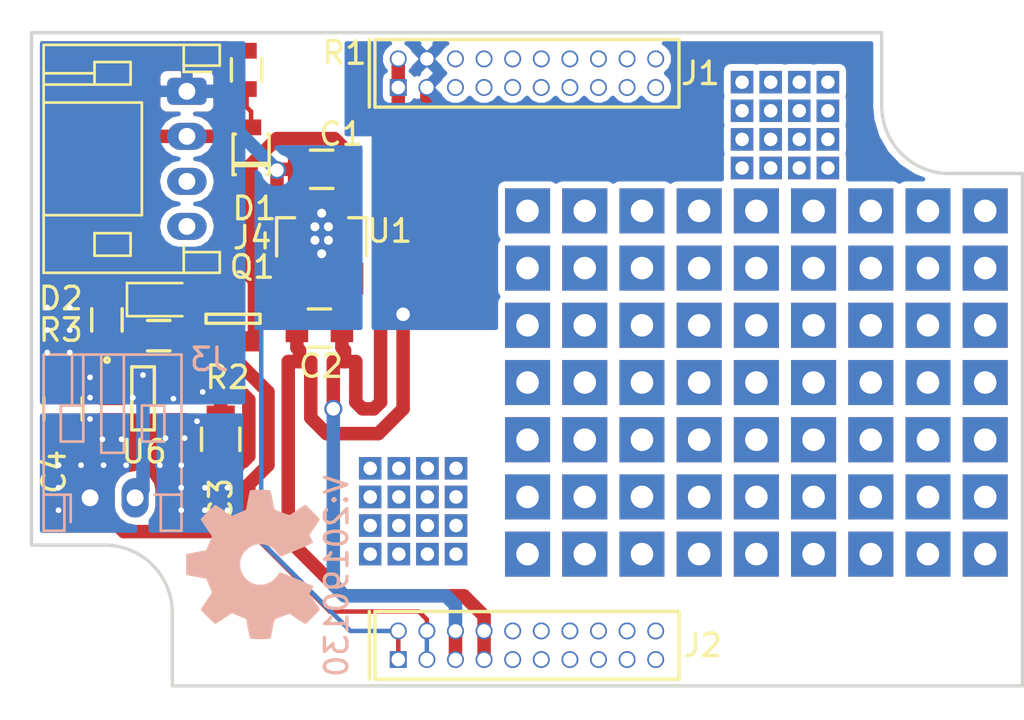
<source format=kicad_pcb>
(kicad_pcb (version 20171130) (host pcbnew 5.0.2-bee76a0~70~ubuntu18.04.1)

  (general
    (thickness 1.6)
    (drawings 10)
    (tracks 161)
    (zones 0)
    (modules 27)
    (nets 13)
  )

  (page A4)
  (layers
    (0 F.Cu signal)
    (31 B.Cu signal)
    (32 B.Adhes user hide)
    (33 F.Adhes user hide)
    (34 B.Paste user)
    (35 F.Paste user)
    (36 B.SilkS user)
    (37 F.SilkS user)
    (38 B.Mask user)
    (39 F.Mask user)
    (40 Dwgs.User user)
    (41 Cmts.User user)
    (42 Eco1.User user)
    (43 Eco2.User user)
    (44 Edge.Cuts user)
    (45 Margin user)
    (46 B.CrtYd user)
    (47 F.CrtYd user)
    (48 B.Fab user)
    (49 F.Fab user)
  )

  (setup
    (last_trace_width 0.1527)
    (user_trace_width 0.1524)
    (user_trace_width 0.2)
    (user_trace_width 0.3)
    (user_trace_width 0.4)
    (user_trace_width 0.6)
    (user_trace_width 1)
    (user_trace_width 1.5)
    (user_trace_width 2)
    (trace_clearance 0.1527)
    (zone_clearance 0.3)
    (zone_45_only no)
    (trace_min 0.1524)
    (segment_width 0.2)
    (edge_width 0.15)
    (via_size 0.381)
    (via_drill 0.254)
    (via_min_size 0.381)
    (via_min_drill 0.254)
    (user_via 0.45 0.254)
    (user_via 0.6 0.4)
    (user_via 0.8 0.6)
    (user_via 1 0.8)
    (user_via 1.3 1)
    (user_via 1.5 1.2)
    (user_via 1.7 1.4)
    (user_via 1.9 1.6)
    (uvia_size 0.6)
    (uvia_drill 0.3)
    (uvias_allowed no)
    (uvia_min_size 0.381)
    (uvia_min_drill 0.254)
    (pcb_text_width 0.3)
    (pcb_text_size 1.5 1.5)
    (mod_edge_width 0.15)
    (mod_text_size 1 1)
    (mod_text_width 0.15)
    (pad_size 1 1.25)
    (pad_drill 0)
    (pad_to_mask_clearance 0.05)
    (solder_mask_min_width 0.1)
    (aux_axis_origin 0 0)
    (visible_elements FFFFFF7F)
    (pcbplotparams
      (layerselection 0x00030_80000001)
      (usegerberextensions false)
      (usegerberattributes false)
      (usegerberadvancedattributes false)
      (creategerberjobfile false)
      (excludeedgelayer true)
      (linewidth 0.100000)
      (plotframeref false)
      (viasonmask false)
      (mode 1)
      (useauxorigin false)
      (hpglpennumber 1)
      (hpglpenspeed 20)
      (hpglpendiameter 15.000000)
      (psnegative false)
      (psa4output false)
      (plotreference true)
      (plotvalue true)
      (plotinvisibletext false)
      (padsonsilk false)
      (subtractmaskfromsilk false)
      (outputformat 1)
      (mirror false)
      (drillshape 1)
      (scaleselection 1)
      (outputdirectory ""))
  )

  (net 0 "")
  (net 1 VDD)
  (net 2 VSS)
  (net 3 VDDA)
  (net 4 VSSA)
  (net 5 GND)
  (net 6 "Net-(C2-Pad2)")
  (net 7 VBUS)
  (net 8 +BATT)
  (net 9 "Net-(D2-Pad1)")
  (net 10 "Net-(R2-Pad1)")
  (net 11 /VREG)
  (net 12 "Net-(R3-Pad1)")

  (net_class Default "This is the default net class."
    (clearance 0.1527)
    (trace_width 0.1527)
    (via_dia 0.381)
    (via_drill 0.254)
    (uvia_dia 0.6)
    (uvia_drill 0.3)
    (add_net +BATT)
    (add_net /VREG)
    (add_net GND)
    (add_net "Net-(C2-Pad2)")
    (add_net "Net-(D2-Pad1)")
    (add_net "Net-(R2-Pad1)")
    (add_net "Net-(R3-Pad1)")
    (add_net VBUS)
    (add_net VDD)
    (add_net VDDA)
    (add_net VSS)
    (add_net VSSA)
  )

  (module SquantorProto:proto-TH-0254-09X05-P020SQ-H010 (layer F.Cu) (tedit 5C521CB7) (tstamp 5C5EE291)
    (at 70.485 163.83 180)
    (path /5C52AB89)
    (fp_text reference J6 (at 0 -10.16 180) (layer F.SilkS) hide
      (effects (font (size 1 1) (thickness 0.15)))
    )
    (fp_text value Proto (at 0 10.16 180) (layer F.Fab) hide
      (effects (font (size 1 1) (thickness 0.15)))
    )
    (pad NC thru_hole rect (at -10.16 -7.62 180) (size 2 2) (drill 1) (layers *.Cu *.Mask))
    (pad NC thru_hole rect (at -7.62 -7.62 180) (size 2 2) (drill 1) (layers *.Cu *.Mask))
    (pad NC thru_hole rect (at -5.08 -7.62 180) (size 2 2) (drill 1) (layers *.Cu *.Mask))
    (pad NC thru_hole rect (at -2.54 -7.62 180) (size 2 2) (drill 1) (layers *.Cu *.Mask))
    (pad NC thru_hole rect (at 5.08 -7.62 180) (size 2 2) (drill 1) (layers *.Cu *.Mask))
    (pad NC thru_hole rect (at 2.54 -7.62 180) (size 2 2) (drill 1) (layers *.Cu *.Mask))
    (pad NC thru_hole rect (at 7.62 -7.62 180) (size 2 2) (drill 1) (layers *.Cu *.Mask))
    (pad NC thru_hole rect (at 0 -7.62 180) (size 2 2) (drill 1) (layers *.Cu *.Mask))
    (pad NC thru_hole rect (at 10.16 -7.62 180) (size 2 2) (drill 1) (layers *.Cu *.Mask))
    (pad NC thru_hole rect (at -5.08 -5.08 180) (size 2 2) (drill 1) (layers *.Cu *.Mask))
    (pad NC thru_hole rect (at -7.62 -5.08 180) (size 2 2) (drill 1) (layers *.Cu *.Mask))
    (pad NC thru_hole rect (at -2.54 -5.08 180) (size 2 2) (drill 1) (layers *.Cu *.Mask))
    (pad NC thru_hole rect (at 0 -5.08 180) (size 2 2) (drill 1) (layers *.Cu *.Mask))
    (pad NC thru_hole rect (at 10.16 -5.08 180) (size 2 2) (drill 1) (layers *.Cu *.Mask))
    (pad NC thru_hole rect (at 2.54 -5.08 180) (size 2 2) (drill 1) (layers *.Cu *.Mask))
    (pad NC thru_hole rect (at -10.16 -5.08 180) (size 2 2) (drill 1) (layers *.Cu *.Mask))
    (pad NC thru_hole rect (at 7.62 -5.08 180) (size 2 2) (drill 1) (layers *.Cu *.Mask))
    (pad NC thru_hole rect (at 5.08 -5.08 180) (size 2 2) (drill 1) (layers *.Cu *.Mask))
    (pad NC thru_hole rect (at -2.54 -2.54 180) (size 2 2) (drill 1) (layers *.Cu *.Mask))
    (pad NC thru_hole rect (at 0 -2.54 180) (size 2 2) (drill 1) (layers *.Cu *.Mask))
    (pad NC thru_hole rect (at -5.08 -2.54 180) (size 2 2) (drill 1) (layers *.Cu *.Mask))
    (pad NC thru_hole rect (at -7.62 -2.54 180) (size 2 2) (drill 1) (layers *.Cu *.Mask))
    (pad NC thru_hole rect (at 7.62 -2.54 180) (size 2 2) (drill 1) (layers *.Cu *.Mask))
    (pad NC thru_hole rect (at 10.16 -2.54 180) (size 2 2) (drill 1) (layers *.Cu *.Mask))
    (pad NC thru_hole rect (at -10.16 -2.54 180) (size 2 2) (drill 1) (layers *.Cu *.Mask))
    (pad NC thru_hole rect (at 2.54 -2.54 180) (size 2 2) (drill 1) (layers *.Cu *.Mask))
    (pad NC thru_hole rect (at 5.08 -2.54 180) (size 2 2) (drill 1) (layers *.Cu *.Mask))
    (pad NC thru_hole rect (at -5.08 0 180) (size 2 2) (drill 1) (layers *.Cu *.Mask))
    (pad NC thru_hole rect (at 5.08 0 180) (size 2 2) (drill 1) (layers *.Cu *.Mask))
    (pad NC thru_hole rect (at 10.16 0 180) (size 2 2) (drill 1) (layers *.Cu *.Mask))
    (pad NC thru_hole rect (at -2.54 0 180) (size 2 2) (drill 1) (layers *.Cu *.Mask))
    (pad NC thru_hole rect (at 2.54 0 180) (size 2 2) (drill 1) (layers *.Cu *.Mask))
    (pad NC thru_hole rect (at -10.16 0 180) (size 2 2) (drill 1) (layers *.Cu *.Mask))
    (pad NC thru_hole rect (at 7.62 0 180) (size 2 2) (drill 1) (layers *.Cu *.Mask))
    (pad NC thru_hole rect (at -7.62 0 180) (size 2 2) (drill 1) (layers *.Cu *.Mask))
    (pad NC thru_hole rect (at 0 0 180) (size 2 2) (drill 1) (layers *.Cu *.Mask))
    (pad NC thru_hole rect (at -5.08 7.62 180) (size 2 2) (drill 1) (layers *.Cu *.Mask))
    (pad NC thru_hole rect (at -2.54 2.54 180) (size 2 2) (drill 1) (layers *.Cu *.Mask))
    (pad NC thru_hole rect (at 0 2.54 180) (size 2 2) (drill 1) (layers *.Cu *.Mask))
    (pad NC thru_hole rect (at -5.08 5.08 180) (size 2 2) (drill 1) (layers *.Cu *.Mask))
    (pad NC thru_hole rect (at -5.08 2.54 180) (size 2 2) (drill 1) (layers *.Cu *.Mask))
    (pad NC thru_hole rect (at -2.54 7.62 180) (size 2 2) (drill 1) (layers *.Cu *.Mask))
    (pad NC thru_hole rect (at 5.08 7.62 180) (size 2 2) (drill 1) (layers *.Cu *.Mask))
    (pad NC thru_hole rect (at 10.16 7.62 180) (size 2 2) (drill 1) (layers *.Cu *.Mask))
    (pad NC thru_hole rect (at -7.62 2.54 180) (size 2 2) (drill 1) (layers *.Cu *.Mask))
    (pad NC thru_hole rect (at 5.08 5.08 180) (size 2 2) (drill 1) (layers *.Cu *.Mask))
    (pad NC thru_hole rect (at 7.62 2.54 180) (size 2 2) (drill 1) (layers *.Cu *.Mask))
    (pad NC thru_hole rect (at 10.16 2.54 180) (size 2 2) (drill 1) (layers *.Cu *.Mask))
    (pad NC thru_hole rect (at 10.16 5.08 180) (size 2 2) (drill 1) (layers *.Cu *.Mask))
    (pad NC thru_hole rect (at -10.16 2.54 180) (size 2 2) (drill 1) (layers *.Cu *.Mask))
    (pad NC thru_hole rect (at -7.62 7.62 180) (size 2 2) (drill 1) (layers *.Cu *.Mask))
    (pad NC thru_hole rect (at 2.54 2.54 180) (size 2 2) (drill 1) (layers *.Cu *.Mask))
    (pad NC thru_hole rect (at -2.54 5.08 180) (size 2 2) (drill 1) (layers *.Cu *.Mask))
    (pad NC thru_hole rect (at 2.54 5.08 180) (size 2 2) (drill 1) (layers *.Cu *.Mask))
    (pad NC thru_hole rect (at -10.16 5.08 180) (size 2 2) (drill 1) (layers *.Cu *.Mask))
    (pad NC thru_hole rect (at 5.08 2.54 180) (size 2 2) (drill 1) (layers *.Cu *.Mask))
    (pad NC thru_hole rect (at -10.16 7.62 180) (size 2 2) (drill 1) (layers *.Cu *.Mask))
    (pad NC thru_hole rect (at 2.54 7.62 180) (size 2 2) (drill 1) (layers *.Cu *.Mask))
    (pad NC thru_hole rect (at 7.62 5.08 180) (size 2 2) (drill 1) (layers *.Cu *.Mask))
    (pad NC thru_hole rect (at -7.62 5.08 180) (size 2 2) (drill 1) (layers *.Cu *.Mask))
    (pad NC thru_hole rect (at 0 5.08 180) (size 2 2) (drill 1) (layers *.Cu *.Mask))
    (pad NC thru_hole rect (at 7.62 7.62 180) (size 2 2) (drill 1) (layers *.Cu *.Mask))
    (pad NC thru_hole rect (at 0 7.62 180) (size 2 2) (drill 1) (layers *.Cu *.Mask))
  )

  (module SquantorRcl:R_0603_hand (layer F.Cu) (tedit 587552B0) (tstamp 5C4DCDE8)
    (at 41.65 161.05 90)
    (descr "Resistor SMD 0603, reflow soldering, Vishay (see dcrcw.pdf)")
    (tags "resistor 0603")
    (path /5C5281E1)
    (attr smd)
    (fp_text reference R3 (at -0.45 -2.05 180) (layer F.SilkS)
      (effects (font (size 1 1) (thickness 0.15)))
    )
    (fp_text value 1k (at -0.45 -2.05 180) (layer F.Fab)
      (effects (font (size 1 1) (thickness 0.15)))
    )
    (fp_line (start -0.5 -0.675) (end 0.5 -0.675) (layer F.SilkS) (width 0.15))
    (fp_line (start 0.5 0.675) (end -0.5 0.675) (layer F.SilkS) (width 0.15))
    (fp_line (start 1.5 -0.8) (end 1.5 0.8) (layer F.CrtYd) (width 0.05))
    (fp_line (start -1.5 -0.8) (end -1.5 0.8) (layer F.CrtYd) (width 0.05))
    (fp_line (start -1.5 0.8) (end 1.5 0.8) (layer F.CrtYd) (width 0.05))
    (fp_line (start -1.5 -0.8) (end 1.5 -0.8) (layer F.CrtYd) (width 0.05))
    (fp_line (start -0.8 -0.4) (end 0.8 -0.4) (layer F.Fab) (width 0.1))
    (fp_line (start 0.8 -0.4) (end 0.8 0.4) (layer F.Fab) (width 0.1))
    (fp_line (start 0.8 0.4) (end -0.8 0.4) (layer F.Fab) (width 0.1))
    (fp_line (start -0.8 0.4) (end -0.8 -0.4) (layer F.Fab) (width 0.1))
    (pad 2 smd rect (at 0.85 0 90) (size 0.7 0.9) (layers F.Cu F.Paste F.Mask)
      (net 9 "Net-(D2-Pad1)"))
    (pad 1 smd rect (at -0.85 0 90) (size 0.7 0.9) (layers F.Cu F.Paste F.Mask)
      (net 12 "Net-(R3-Pad1)"))
    (model Resistors_SMD.3dshapes/R_0603.wrl
      (at (xyz 0 0 0))
      (scale (xyz 1 1 1))
      (rotate (xyz 0 0 0))
    )
  )

  (module SquantorRcl:C_0805 (layer F.Cu) (tedit 5C51FF99) (tstamp 5C85D286)
    (at 46.7 166.35 90)
    (descr "Capacitor SMD 0805, reflow soldering, AVX (see smccp.pdf)")
    (tags "capacitor 0805")
    (path /5C51489A)
    (attr smd)
    (fp_text reference C3 (at -2.7 0 90) (layer F.SilkS)
      (effects (font (size 1 1) (thickness 0.15)))
    )
    (fp_text value 10u (at -2.75 0 90) (layer F.Fab)
      (effects (font (size 1 1) (thickness 0.15)))
    )
    (fp_line (start -0.5 0.85) (end 0.5 0.85) (layer F.SilkS) (width 0.15))
    (fp_line (start 0.5 -0.85) (end -0.5 -0.85) (layer F.SilkS) (width 0.15))
    (fp_line (start 1.8 -1) (end 1.8 1) (layer F.CrtYd) (width 0.05))
    (fp_line (start -1.8 -1) (end -1.8 1) (layer F.CrtYd) (width 0.05))
    (fp_line (start -1.8 1) (end 1.8 1) (layer F.CrtYd) (width 0.05))
    (fp_line (start -1.8 -1) (end 1.8 -1) (layer F.CrtYd) (width 0.05))
    (fp_line (start -1 -0.625) (end 1 -0.625) (layer F.Fab) (width 0.15))
    (fp_line (start 1 -0.625) (end 1 0.625) (layer F.Fab) (width 0.15))
    (fp_line (start 1 0.625) (end -1 0.625) (layer F.Fab) (width 0.15))
    (fp_line (start -1 0.625) (end -1 -0.625) (layer F.Fab) (width 0.15))
    (pad 2 smd rect (at 1 0 90) (size 1 1.25) (layers F.Cu F.Paste F.Mask)
      (net 5 GND) (zone_connect 2))
    (pad 1 smd rect (at -1 0 90) (size 1 1.25) (layers F.Cu F.Paste F.Mask)
      (net 7 VBUS) (zone_connect 2))
    (model Capacitors_SMD.3dshapes/C_0805.wrl
      (at (xyz 0 0 0))
      (scale (xyz 1 1 1))
      (rotate (xyz 0 0 0))
    )
  )

  (module Connector_JST:JST_PH_S4B-PH-K_1x04_P2.00mm_Horizontal (layer F.Cu) (tedit 5B7745C6) (tstamp 5C524229)
    (at 45.2 150.9 270)
    (descr "JST PH series connector, S4B-PH-K (http://www.jst-mfg.com/product/pdf/eng/ePH.pdf), generated with kicad-footprint-generator")
    (tags "connector JST PH top entry")
    (path /5C4BC976)
    (fp_text reference J4 (at 6.5 -2.9) (layer F.SilkS)
      (effects (font (size 1 1) (thickness 0.15)))
    )
    (fp_text value DevBoardUartInput (at 3 7.45 270) (layer F.Fab)
      (effects (font (size 1 1) (thickness 0.15)))
    )
    (fp_line (start -0.86 0.14) (end -1.14 0.14) (layer F.SilkS) (width 0.12))
    (fp_line (start -1.14 0.14) (end -1.14 -1.46) (layer F.SilkS) (width 0.12))
    (fp_line (start -1.14 -1.46) (end -2.06 -1.46) (layer F.SilkS) (width 0.12))
    (fp_line (start -2.06 -1.46) (end -2.06 6.36) (layer F.SilkS) (width 0.12))
    (fp_line (start -2.06 6.36) (end 8.06 6.36) (layer F.SilkS) (width 0.12))
    (fp_line (start 8.06 6.36) (end 8.06 -1.46) (layer F.SilkS) (width 0.12))
    (fp_line (start 8.06 -1.46) (end 7.14 -1.46) (layer F.SilkS) (width 0.12))
    (fp_line (start 7.14 -1.46) (end 7.14 0.14) (layer F.SilkS) (width 0.12))
    (fp_line (start 7.14 0.14) (end 6.86 0.14) (layer F.SilkS) (width 0.12))
    (fp_line (start 0.5 6.36) (end 0.5 2) (layer F.SilkS) (width 0.12))
    (fp_line (start 0.5 2) (end 5.5 2) (layer F.SilkS) (width 0.12))
    (fp_line (start 5.5 2) (end 5.5 6.36) (layer F.SilkS) (width 0.12))
    (fp_line (start -2.06 0.14) (end -1.14 0.14) (layer F.SilkS) (width 0.12))
    (fp_line (start 8.06 0.14) (end 7.14 0.14) (layer F.SilkS) (width 0.12))
    (fp_line (start -1.3 2.5) (end -1.3 4.1) (layer F.SilkS) (width 0.12))
    (fp_line (start -1.3 4.1) (end -0.3 4.1) (layer F.SilkS) (width 0.12))
    (fp_line (start -0.3 4.1) (end -0.3 2.5) (layer F.SilkS) (width 0.12))
    (fp_line (start -0.3 2.5) (end -1.3 2.5) (layer F.SilkS) (width 0.12))
    (fp_line (start 7.3 2.5) (end 7.3 4.1) (layer F.SilkS) (width 0.12))
    (fp_line (start 7.3 4.1) (end 6.3 4.1) (layer F.SilkS) (width 0.12))
    (fp_line (start 6.3 4.1) (end 6.3 2.5) (layer F.SilkS) (width 0.12))
    (fp_line (start 6.3 2.5) (end 7.3 2.5) (layer F.SilkS) (width 0.12))
    (fp_line (start -0.3 4.1) (end -0.3 6.36) (layer F.SilkS) (width 0.12))
    (fp_line (start -0.8 4.1) (end -0.8 6.36) (layer F.SilkS) (width 0.12))
    (fp_line (start -2.45 -1.85) (end -2.45 6.75) (layer F.CrtYd) (width 0.05))
    (fp_line (start -2.45 6.75) (end 8.45 6.75) (layer F.CrtYd) (width 0.05))
    (fp_line (start 8.45 6.75) (end 8.45 -1.85) (layer F.CrtYd) (width 0.05))
    (fp_line (start 8.45 -1.85) (end -2.45 -1.85) (layer F.CrtYd) (width 0.05))
    (fp_line (start -1.25 0.25) (end -1.25 -1.35) (layer F.Fab) (width 0.1))
    (fp_line (start -1.25 -1.35) (end -1.95 -1.35) (layer F.Fab) (width 0.1))
    (fp_line (start -1.95 -1.35) (end -1.95 6.25) (layer F.Fab) (width 0.1))
    (fp_line (start -1.95 6.25) (end 7.95 6.25) (layer F.Fab) (width 0.1))
    (fp_line (start 7.95 6.25) (end 7.95 -1.35) (layer F.Fab) (width 0.1))
    (fp_line (start 7.95 -1.35) (end 7.25 -1.35) (layer F.Fab) (width 0.1))
    (fp_line (start 7.25 -1.35) (end 7.25 0.25) (layer F.Fab) (width 0.1))
    (fp_line (start 7.25 0.25) (end -1.25 0.25) (layer F.Fab) (width 0.1))
    (fp_line (start -0.86 0.14) (end -0.86 -1.075) (layer F.SilkS) (width 0.12))
    (fp_line (start 0 0.875) (end -0.5 1.375) (layer F.Fab) (width 0.1))
    (fp_line (start -0.5 1.375) (end 0.5 1.375) (layer F.Fab) (width 0.1))
    (fp_line (start 0.5 1.375) (end 0 0.875) (layer F.Fab) (width 0.1))
    (fp_text user %R (at 3 2.5 270) (layer F.Fab)
      (effects (font (size 1 1) (thickness 0.15)))
    )
    (pad 1 thru_hole roundrect (at 0 0 270) (size 1.2 1.75) (drill 0.75) (layers *.Cu *.Mask) (roundrect_rratio 0.208333)
      (net 5 GND))
    (pad 2 thru_hole oval (at 2 0 270) (size 1.2 1.75) (drill 0.75) (layers *.Cu *.Mask)
      (net 7 VBUS))
    (pad 3 thru_hole oval (at 4 0 270) (size 1.2 1.75) (drill 0.75) (layers *.Cu *.Mask))
    (pad 4 thru_hole oval (at 6 0 270) (size 1.2 1.75) (drill 0.75) (layers *.Cu *.Mask))
    (model ${KISYS3DMOD}/Connector_JST.3dshapes/JST_PH_S4B-PH-K_1x04_P2.00mm_Horizontal.wrl
      (at (xyz 0 0 0))
      (scale (xyz 1 1 1))
      (rotate (xyz 0 0 0))
    )
  )

  (module SquantorIC:SOT89-ViaTab-Microchip-MB (layer F.Cu) (tedit 5C4DDA13) (tstamp 5C524862)
    (at 51.183514 159.213584)
    (path /5C4C33E8)
    (fp_text reference U1 (at 3.016486 -2.113584) (layer F.SilkS)
      (effects (font (size 1 1) (thickness 0.15)))
    )
    (fp_text value MCP1702-MB (at 0 2) (layer F.Fab) hide
      (effects (font (size 1 1) (thickness 0.15)))
    )
    (fp_line (start 2 -2.7) (end 2 -1) (layer F.SilkS) (width 0.15))
    (fp_line (start 1.2 -2.7) (end 2 -2.7) (layer F.SilkS) (width 0.15))
    (fp_line (start -2 -2.7) (end -1.2 -2.7) (layer F.SilkS) (width 0.15))
    (fp_line (start -2 -1) (end -2 -2.7) (layer F.SilkS) (width 0.15))
    (pad 1 smd rect (at -1.5 0) (size 0.7 1.4) (layers F.Cu F.Paste F.Mask)
      (net 5 GND))
    (pad 2 smd rect (at 0 0) (size 0.7 1.4) (layers F.Cu F.Paste F.Mask)
      (net 11 /VREG))
    (pad 3 smd rect (at 1.5 0) (size 0.7 1.4) (layers F.Cu F.Paste F.Mask)
      (net 6 "Net-(C2-Pad2)"))
    (pad TAB smd oval (at 0 -2.1) (size 2 3.05) (layers F.Cu F.Paste F.Mask)
      (net 11 /VREG) (zone_connect 2))
    (pad TAB thru_hole rect (at -0.3 -1.7) (size 0.6 0.6) (drill 0.4) (layers *.Cu *.Mask)
      (net 11 /VREG) (zone_connect 2))
    (pad TAB thru_hole rect (at 0.3 -1.7) (size 0.6 0.6) (drill 0.4) (layers *.Cu *.Mask)
      (net 11 /VREG) (zone_connect 2))
    (pad TAB thru_hole rect (at 0.3 -2.3) (size 0.6 0.6) (drill 0.4) (layers *.Cu *.Mask)
      (net 11 /VREG) (zone_connect 2))
    (pad TAB thru_hole rect (at -0.3 -2.3) (size 0.6 0.6) (drill 0.4) (layers *.Cu *.Mask)
      (net 11 /VREG) (zone_connect 2))
    (pad TAB thru_hole rect (at 0 -2.9) (size 0.6 0.6) (drill 0.4) (layers *.Cu *.Mask)
      (net 11 /VREG) (zone_connect 2))
    (pad TAB thru_hole rect (at 0 -1.1) (size 0.6 0.6) (drill 0.4) (layers *.Cu *.Mask)
      (net 11 /VREG) (zone_connect 2))
  )

  (module SquantorDiodes:SOD_323_onsemi (layer F.Cu) (tedit 5C4D9C56) (tstamp 5C5263A9)
    (at 48.05 153.7 90)
    (path /5C4BFC51)
    (fp_text reference D1 (at -2.4 0.15 180) (layer F.SilkS)
      (effects (font (size 1 1) (thickness 0.15)))
    )
    (fp_text value NSR0320 (at -2.4 -0.05 180) (layer F.Fab)
      (effects (font (size 1 1) (thickness 0.15)))
    )
    (fp_line (start 0.9 -0.7) (end 0.9 -0.8) (layer F.SilkS) (width 0.15))
    (fp_line (start 0.9 0.8) (end 0.9 0.7) (layer F.SilkS) (width 0.15))
    (fp_line (start -0.9 0.8) (end -0.9 0.7) (layer F.SilkS) (width 0.15))
    (fp_line (start -0.9 -0.8) (end -0.9 -0.7) (layer F.SilkS) (width 0.15))
    (fp_line (start -0.4 0.8) (end -0.4 -0.8) (layer F.SilkS) (width 0.15))
    (fp_line (start -0.5 0.8) (end -0.4 0.8) (layer F.SilkS) (width 0.15))
    (fp_line (start -0.5 -0.8) (end -0.5 0.8) (layer F.SilkS) (width 0.15))
    (fp_line (start -0.9 0.7) (end -0.9 -0.7) (layer F.Fab) (width 0.15))
    (fp_line (start 0.9 0.8) (end -0.9 0.8) (layer F.SilkS) (width 0.15))
    (fp_line (start 0.9 -0.7) (end 0.9 0.7) (layer F.Fab) (width 0.15))
    (fp_line (start -0.9 -0.8) (end 0.9 -0.8) (layer F.SilkS) (width 0.15))
    (pad 2 smd rect (at 1.2 0 90) (size 0.7 0.9) (layers F.Cu F.Paste F.Mask)
      (net 7 VBUS))
    (pad 1 smd rect (at -1.2 0 90) (size 0.7 0.9) (layers F.Cu F.Paste F.Mask)
      (net 11 /VREG))
  )

  (module SquantorSpecial:power_joiner_2_conn_06mm (layer F.Cu) (tedit 5C4DDA5A) (tstamp 5C4E0241)
    (at 52.7 163.5 270)
    (path /5C4D93F3)
    (fp_text reference U5 (at 0 -1.27 270) (layer F.SilkS) hide
      (effects (font (size 1 1) (thickness 0.15)))
    )
    (fp_text value power_joiner_2_nets (at 0 1.27 270) (layer F.Fab) hide
      (effects (font (size 1 1) (thickness 0.15)))
    )
    (fp_line (start 0.6 0) (end -0.6 0) (layer F.Cu) (width 0.6))
    (pad 2 smd circle (at 0.6 0 270) (size 0.6 0.6) (layers F.Cu)
      (net 1 VDD))
    (pad 1 smd circle (at -0.6 0 270) (size 0.6 0.6) (layers F.Cu)
      (net 6 "Net-(C2-Pad2)"))
  )

  (module SquantorSpecial:power_joiner_2_conn_06mm (layer F.Cu) (tedit 5C4DDA5A) (tstamp 5C4E023A)
    (at 51.7 163.5 270)
    (path /5C4D9467)
    (fp_text reference U4 (at 0 -1.27 270) (layer F.SilkS) hide
      (effects (font (size 1 1) (thickness 0.15)))
    )
    (fp_text value power_joiner_2_nets (at 0 1.27 270) (layer F.Fab) hide
      (effects (font (size 1 1) (thickness 0.15)))
    )
    (fp_line (start 0.6 0) (end -0.6 0) (layer F.Cu) (width 0.6))
    (pad 1 smd circle (at -0.6 0 270) (size 0.6 0.6) (layers F.Cu)
      (net 6 "Net-(C2-Pad2)"))
    (pad 2 smd circle (at 0.6 0 270) (size 0.6 0.6) (layers F.Cu)
      (net 3 VDDA))
  )

  (module SquantorSpecial:power_joiner_2_conn_06mm (layer F.Cu) (tedit 5C4DDA5A) (tstamp 5C4E0233)
    (at 50.7 163.5 270)
    (path /5C4DCC91)
    (fp_text reference U2 (at 0 -1.27 270) (layer F.SilkS) hide
      (effects (font (size 1 1) (thickness 0.15)))
    )
    (fp_text value power_joiner_2_nets (at 0 1.27 270) (layer F.Fab) hide
      (effects (font (size 1 1) (thickness 0.15)))
    )
    (fp_line (start 0.6 0) (end -0.6 0) (layer F.Cu) (width 0.6))
    (pad 2 smd circle (at 0.6 0 270) (size 0.6 0.6) (layers F.Cu)
      (net 2 VSS))
    (pad 1 smd circle (at -0.6 0 270) (size 0.6 0.6) (layers F.Cu)
      (net 5 GND))
  )

  (module SquantorSpecial:power_joiner_2_conn_06mm (layer F.Cu) (tedit 5C4DDA5A) (tstamp 5C4E01F7)
    (at 49.7 163.5 270)
    (path /5C4DCCDD)
    (fp_text reference U3 (at 0 -1.27 270) (layer F.SilkS) hide
      (effects (font (size 1 1) (thickness 0.15)))
    )
    (fp_text value power_joiner_2_nets (at 0 1.27 270) (layer F.Fab) hide
      (effects (font (size 1 1) (thickness 0.15)))
    )
    (fp_line (start 0.6 0) (end -0.6 0) (layer F.Cu) (width 0.6))
    (pad 2 smd circle (at 0.6 0 270) (size 0.6 0.6) (layers F.Cu)
      (net 4 VSSA))
    (pad 1 smd circle (at -0.6 0 270) (size 0.6 0.6) (layers F.Cu)
      (net 5 GND))
  )

  (module SquantorPcbOutline:MountingHole_2.5mm_no_metal locked (layer F.Cu) (tedit 5C4DD761) (tstamp 5B89BEBD)
    (at 70.3 174.55)
    (path /5B7AD009)
    (fp_text reference MH2 (at 0 -3) (layer F.SilkS) hide
      (effects (font (size 1 1) (thickness 0.15)))
    )
    (fp_text value MountingHole (at 0 3) (layer F.Fab) hide
      (effects (font (size 1 1) (thickness 0.15)))
    )
    (pad "" np_thru_hole circle (at 0 0) (size 2.5 2.5) (drill 2.5) (layers *.Cu *.Mask))
  )

  (module SquantorPcbOutline:MountingHole_2.5mm_no_metal locked (layer F.Cu) (tedit 5C4DD76B) (tstamp 5B89BEB8)
    (at 50.3 151.05)
    (path /5B7AD05B)
    (fp_text reference MH1 (at 0 -3) (layer F.SilkS) hide
      (effects (font (size 1 1) (thickness 0.15)))
    )
    (fp_text value MountingHole (at 0 3) (layer F.Fab) hide
      (effects (font (size 1 1) (thickness 0.15)))
    )
    (pad "" np_thru_hole circle (at 0 0) (size 2.5 2.5) (drill 2.5) (layers *.Cu *.Mask))
  )

  (module SquantorLabels:Label_version (layer F.Cu) (tedit 5B5A1E49) (tstamp 5B7D93BE)
    (at 51.75 171.1 90)
    (path /5A1357A5)
    (fp_text reference N2 (at 0 1.4 90) (layer F.Fab) hide
      (effects (font (size 1 1) (thickness 0.15)))
    )
    (fp_text value 20190130 (at -2 0.1 90) (layer B.SilkS)
      (effects (font (size 1 1) (thickness 0.15)) (justify mirror))
    )
    (fp_text user V: (at 2.495 0.1 90) (layer B.SilkS)
      (effects (font (size 1 1) (thickness 0.15)) (justify mirror))
    )
  )

  (module SquantorConnectors:Header-0127-2X10-H006 locked (layer F.Cu) (tedit 5BE1FFD9) (tstamp 5B81CE41)
    (at 60.2996 150.1)
    (path /5B7AC4CB)
    (fp_text reference J1 (at 7.7004 0) (layer F.SilkS)
      (effects (font (size 1 1) (thickness 0.15)))
    )
    (fp_text value DevBoardDigital (at 0 2.5) (layer F.Fab)
      (effects (font (size 1 1) (thickness 0.15)))
    )
    (fp_line (start -6.5 -1.5) (end 6.5 -1.5) (layer F.SilkS) (width 0.15))
    (fp_line (start 6.5 1.5) (end -6.5 1.5) (layer F.SilkS) (width 0.15))
    (fp_line (start -6.5 -1.5) (end -6.75 -1.5) (layer F.SilkS) (width 0.15))
    (fp_line (start -6.75 -1.5) (end -6.75 1.5) (layer F.SilkS) (width 0.15))
    (fp_line (start -6.75 1.5) (end -6.5 1.5) (layer F.SilkS) (width 0.15))
    (fp_line (start 6.5 1.5) (end 6.75 1.5) (layer F.SilkS) (width 0.15))
    (fp_line (start 6.75 1.5) (end 6.75 -1.5) (layer F.SilkS) (width 0.15))
    (fp_line (start 6.75 -1.5) (end 6.5 -1.5) (layer F.SilkS) (width 0.15))
    (fp_line (start -7 -1.5) (end -7 1.5) (layer F.SilkS) (width 0.15))
    (pad 20 thru_hole circle (at 5.715 -0.63911) (size 0.75 0.75) (drill 0.6) (layers *.Cu *.Mask))
    (pad 19 thru_hole circle (at 5.715 0.63089) (size 0.75 0.75) (drill 0.6) (layers *.Cu *.Mask))
    (pad 18 thru_hole circle (at 4.445 -0.63911) (size 0.75 0.75) (drill 0.6) (layers *.Cu *.Mask))
    (pad 17 thru_hole circle (at 4.445 0.63089) (size 0.75 0.75) (drill 0.6) (layers *.Cu *.Mask))
    (pad 16 thru_hole circle (at 3.175 -0.63911) (size 0.75 0.75) (drill 0.6) (layers *.Cu *.Mask))
    (pad 15 thru_hole circle (at 3.175 0.63089) (size 0.75 0.75) (drill 0.6) (layers *.Cu *.Mask))
    (pad 14 thru_hole circle (at 1.905 -0.63911) (size 0.75 0.75) (drill 0.6) (layers *.Cu *.Mask))
    (pad 13 thru_hole circle (at 1.905 0.63089) (size 0.75 0.75) (drill 0.6) (layers *.Cu *.Mask))
    (pad 12 thru_hole circle (at 0.635 -0.63911) (size 0.75 0.75) (drill 0.6) (layers *.Cu *.Mask))
    (pad 11 thru_hole circle (at 0.635 0.63089) (size 0.75 0.75) (drill 0.6) (layers *.Cu *.Mask))
    (pad 10 thru_hole circle (at -0.635 -0.63911) (size 0.75 0.75) (drill 0.6) (layers *.Cu *.Mask))
    (pad 9 thru_hole circle (at -0.635 0.63089) (size 0.75 0.75) (drill 0.6) (layers *.Cu *.Mask))
    (pad 8 thru_hole circle (at -1.905 -0.63911) (size 0.75 0.75) (drill 0.6) (layers *.Cu *.Mask))
    (pad 7 thru_hole circle (at -1.905 0.63089) (size 0.75 0.75) (drill 0.6) (layers *.Cu *.Mask))
    (pad 6 thru_hole circle (at -3.175 -0.63911) (size 0.75 0.75) (drill 0.6) (layers *.Cu *.Mask))
    (pad 5 thru_hole circle (at -3.175 0.63089) (size 0.75 0.75) (drill 0.6) (layers *.Cu *.Mask))
    (pad 4 thru_hole circle (at -4.445 -0.63911) (size 0.75 0.75) (drill 0.6) (layers *.Cu *.Mask)
      (net 2 VSS))
    (pad 3 thru_hole circle (at -4.445 0.63089) (size 0.75 0.75) (drill 0.6) (layers *.Cu *.Mask)
      (net 2 VSS))
    (pad 2 thru_hole circle (at -5.715 -0.63911) (size 0.75 0.75) (drill 0.6) (layers *.Cu *.Mask)
      (net 1 VDD))
    (pad 1 thru_hole rect (at -5.715 0.63089) (size 0.75 0.75) (drill 0.6) (layers *.Cu *.Mask)
      (net 1 VDD))
  )

  (module SquantorConnectors:Header-0127-2X10-H006 locked (layer F.Cu) (tedit 5BE1FFD9) (tstamp 5B866FA7)
    (at 60.3 175.5)
    (path /5B7AC569)
    (fp_text reference J2 (at 7.8 0) (layer F.SilkS)
      (effects (font (size 1 1) (thickness 0.15)))
    )
    (fp_text value DevBoardAnalog (at 0 2.5) (layer F.Fab)
      (effects (font (size 1 1) (thickness 0.15)))
    )
    (fp_line (start -6.5 -1.5) (end 6.5 -1.5) (layer F.SilkS) (width 0.15))
    (fp_line (start 6.5 1.5) (end -6.5 1.5) (layer F.SilkS) (width 0.15))
    (fp_line (start -6.5 -1.5) (end -6.75 -1.5) (layer F.SilkS) (width 0.15))
    (fp_line (start -6.75 -1.5) (end -6.75 1.5) (layer F.SilkS) (width 0.15))
    (fp_line (start -6.75 1.5) (end -6.5 1.5) (layer F.SilkS) (width 0.15))
    (fp_line (start 6.5 1.5) (end 6.75 1.5) (layer F.SilkS) (width 0.15))
    (fp_line (start 6.75 1.5) (end 6.75 -1.5) (layer F.SilkS) (width 0.15))
    (fp_line (start 6.75 -1.5) (end 6.5 -1.5) (layer F.SilkS) (width 0.15))
    (fp_line (start -7 -1.5) (end -7 1.5) (layer F.SilkS) (width 0.15))
    (pad 20 thru_hole circle (at 5.715 -0.63911) (size 0.75 0.75) (drill 0.6) (layers *.Cu *.Mask))
    (pad 19 thru_hole circle (at 5.715 0.63089) (size 0.75 0.75) (drill 0.6) (layers *.Cu *.Mask))
    (pad 18 thru_hole circle (at 4.445 -0.63911) (size 0.75 0.75) (drill 0.6) (layers *.Cu *.Mask))
    (pad 17 thru_hole circle (at 4.445 0.63089) (size 0.75 0.75) (drill 0.6) (layers *.Cu *.Mask))
    (pad 16 thru_hole circle (at 3.175 -0.63911) (size 0.75 0.75) (drill 0.6) (layers *.Cu *.Mask))
    (pad 15 thru_hole circle (at 3.175 0.63089) (size 0.75 0.75) (drill 0.6) (layers *.Cu *.Mask))
    (pad 14 thru_hole circle (at 1.905 -0.63911) (size 0.75 0.75) (drill 0.6) (layers *.Cu *.Mask))
    (pad 13 thru_hole circle (at 1.905 0.63089) (size 0.75 0.75) (drill 0.6) (layers *.Cu *.Mask))
    (pad 12 thru_hole circle (at 0.635 -0.63911) (size 0.75 0.75) (drill 0.6) (layers *.Cu *.Mask))
    (pad 11 thru_hole circle (at 0.635 0.63089) (size 0.75 0.75) (drill 0.6) (layers *.Cu *.Mask))
    (pad 10 thru_hole circle (at -0.635 -0.63911) (size 0.75 0.75) (drill 0.6) (layers *.Cu *.Mask))
    (pad 9 thru_hole circle (at -0.635 0.63089) (size 0.75 0.75) (drill 0.6) (layers *.Cu *.Mask))
    (pad 8 thru_hole circle (at -1.905 -0.63911) (size 0.75 0.75) (drill 0.6) (layers *.Cu *.Mask)
      (net 4 VSSA))
    (pad 7 thru_hole circle (at -1.905 0.63089) (size 0.75 0.75) (drill 0.6) (layers *.Cu *.Mask)
      (net 4 VSSA))
    (pad 6 thru_hole circle (at -3.175 -0.63911) (size 0.75 0.75) (drill 0.6) (layers *.Cu *.Mask)
      (net 3 VDDA))
    (pad 5 thru_hole circle (at -3.175 0.63089) (size 0.75 0.75) (drill 0.6) (layers *.Cu *.Mask)
      (net 3 VDDA))
    (pad 4 thru_hole circle (at -4.445 -0.63911) (size 0.75 0.75) (drill 0.6) (layers *.Cu *.Mask)
      (net 8 +BATT))
    (pad 3 thru_hole circle (at -4.445 0.63089) (size 0.75 0.75) (drill 0.6) (layers *.Cu *.Mask)
      (net 8 +BATT))
    (pad 2 thru_hole circle (at -5.715 -0.63911) (size 0.75 0.75) (drill 0.6) (layers *.Cu *.Mask)
      (net 11 /VREG))
    (pad 1 thru_hole rect (at -5.715 0.63089) (size 0.75 0.75) (drill 0.6) (layers *.Cu *.Mask)
      (net 11 /VREG))
  )

  (module SquantorRcl:C_0805 (layer F.Cu) (tedit 5415D6EA) (tstamp 5C4E0828)
    (at 51.183514 154.363584)
    (descr "Capacitor SMD 0805, reflow soldering, AVX (see smccp.pdf)")
    (tags "capacitor 0805")
    (path /5C4C67F4)
    (attr smd)
    (fp_text reference C1 (at 0.866486 -1.563584) (layer F.SilkS)
      (effects (font (size 1 1) (thickness 0.15)))
    )
    (fp_text value 1u (at 0.966486 -1.563584) (layer F.Fab)
      (effects (font (size 1 1) (thickness 0.15)))
    )
    (fp_line (start -0.5 0.85) (end 0.5 0.85) (layer F.SilkS) (width 0.15))
    (fp_line (start 0.5 -0.85) (end -0.5 -0.85) (layer F.SilkS) (width 0.15))
    (fp_line (start 1.8 -1) (end 1.8 1) (layer F.CrtYd) (width 0.05))
    (fp_line (start -1.8 -1) (end -1.8 1) (layer F.CrtYd) (width 0.05))
    (fp_line (start -1.8 1) (end 1.8 1) (layer F.CrtYd) (width 0.05))
    (fp_line (start -1.8 -1) (end 1.8 -1) (layer F.CrtYd) (width 0.05))
    (fp_line (start -1 -0.625) (end 1 -0.625) (layer F.Fab) (width 0.15))
    (fp_line (start 1 -0.625) (end 1 0.625) (layer F.Fab) (width 0.15))
    (fp_line (start 1 0.625) (end -1 0.625) (layer F.Fab) (width 0.15))
    (fp_line (start -1 0.625) (end -1 -0.625) (layer F.Fab) (width 0.15))
    (pad 2 smd rect (at 1 0) (size 1 1.25) (layers F.Cu F.Paste F.Mask)
      (net 11 /VREG))
    (pad 1 smd rect (at -1 0) (size 1 1.25) (layers F.Cu F.Paste F.Mask)
      (net 5 GND))
    (model Capacitors_SMD.3dshapes/C_0805.wrl
      (at (xyz 0 0 0))
      (scale (xyz 1 1 1))
      (rotate (xyz 0 0 0))
    )
  )

  (module SquantorRcl:C_0805 (layer F.Cu) (tedit 5415D6EA) (tstamp 5C4E0855)
    (at 51.083514 161.413584)
    (descr "Capacitor SMD 0805, reflow soldering, AVX (see smccp.pdf)")
    (tags "capacitor 0805")
    (path /5C4CA5C4)
    (attr smd)
    (fp_text reference C2 (at 0.066486 1.686416) (layer F.SilkS)
      (effects (font (size 1 1) (thickness 0.15)))
    )
    (fp_text value 10u (at 0.066486 1.686416) (layer F.Fab)
      (effects (font (size 1 1) (thickness 0.15)))
    )
    (fp_line (start -0.5 0.85) (end 0.5 0.85) (layer F.SilkS) (width 0.15))
    (fp_line (start 0.5 -0.85) (end -0.5 -0.85) (layer F.SilkS) (width 0.15))
    (fp_line (start 1.8 -1) (end 1.8 1) (layer F.CrtYd) (width 0.05))
    (fp_line (start -1.8 -1) (end -1.8 1) (layer F.CrtYd) (width 0.05))
    (fp_line (start -1.8 1) (end 1.8 1) (layer F.CrtYd) (width 0.05))
    (fp_line (start -1.8 -1) (end 1.8 -1) (layer F.CrtYd) (width 0.05))
    (fp_line (start -1 -0.625) (end 1 -0.625) (layer F.Fab) (width 0.15))
    (fp_line (start 1 -0.625) (end 1 0.625) (layer F.Fab) (width 0.15))
    (fp_line (start 1 0.625) (end -1 0.625) (layer F.Fab) (width 0.15))
    (fp_line (start -1 0.625) (end -1 -0.625) (layer F.Fab) (width 0.15))
    (pad 2 smd rect (at 1 0) (size 1 1.25) (layers F.Cu F.Paste F.Mask)
      (net 6 "Net-(C2-Pad2)"))
    (pad 1 smd rect (at -1 0) (size 1 1.25) (layers F.Cu F.Paste F.Mask)
      (net 5 GND))
    (model Capacitors_SMD.3dshapes/C_0805.wrl
      (at (xyz 0 0 0))
      (scale (xyz 1 1 1))
      (rotate (xyz 0 0 0))
    )
  )

  (module SquantorRcl:R_0603_hand (layer F.Cu) (tedit 587552B0) (tstamp 5C4E07AD)
    (at 47.85 149.95 90)
    (descr "Resistor SMD 0603, reflow soldering, Vishay (see dcrcw.pdf)")
    (tags "resistor 0603")
    (path /5C4BEB15)
    (attr smd)
    (fp_text reference R1 (at 0.75 4.35) (layer F.SilkS)
      (effects (font (size 1 1) (thickness 0.15)))
    )
    (fp_text value 100K (at 0.75 4.35 180) (layer F.Fab)
      (effects (font (size 1 1) (thickness 0.15)))
    )
    (fp_line (start -0.5 -0.675) (end 0.5 -0.675) (layer F.SilkS) (width 0.15))
    (fp_line (start 0.5 0.675) (end -0.5 0.675) (layer F.SilkS) (width 0.15))
    (fp_line (start 1.5 -0.8) (end 1.5 0.8) (layer F.CrtYd) (width 0.05))
    (fp_line (start -1.5 -0.8) (end -1.5 0.8) (layer F.CrtYd) (width 0.05))
    (fp_line (start -1.5 0.8) (end 1.5 0.8) (layer F.CrtYd) (width 0.05))
    (fp_line (start -1.5 -0.8) (end 1.5 -0.8) (layer F.CrtYd) (width 0.05))
    (fp_line (start -0.8 -0.4) (end 0.8 -0.4) (layer F.Fab) (width 0.1))
    (fp_line (start 0.8 -0.4) (end 0.8 0.4) (layer F.Fab) (width 0.1))
    (fp_line (start 0.8 0.4) (end -0.8 0.4) (layer F.Fab) (width 0.1))
    (fp_line (start -0.8 0.4) (end -0.8 -0.4) (layer F.Fab) (width 0.1))
    (pad 2 smd rect (at 0.85 0 90) (size 0.7 0.9) (layers F.Cu F.Paste F.Mask)
      (net 5 GND))
    (pad 1 smd rect (at -0.85 0 90) (size 0.7 0.9) (layers F.Cu F.Paste F.Mask)
      (net 7 VBUS))
    (model Resistors_SMD.3dshapes/R_0603.wrl
      (at (xyz 0 0 0))
      (scale (xyz 1 1 1))
      (rotate (xyz 0 0 0))
    )
  )

  (module SquantorRcl:C_0805 (layer F.Cu) (tedit 5C51FF8E) (tstamp 5C85D296)
    (at 39.7 165 90)
    (descr "Capacitor SMD 0805, reflow soldering, AVX (see smccp.pdf)")
    (tags "capacitor 0805")
    (path /5C520194)
    (attr smd)
    (fp_text reference C4 (at -2.8 -0.4 90) (layer F.SilkS)
      (effects (font (size 1 1) (thickness 0.15)))
    )
    (fp_text value 10u (at -2.8 -0.4 90) (layer F.Fab)
      (effects (font (size 1 1) (thickness 0.15)))
    )
    (fp_line (start -0.5 0.85) (end 0.5 0.85) (layer F.SilkS) (width 0.15))
    (fp_line (start 0.5 -0.85) (end -0.5 -0.85) (layer F.SilkS) (width 0.15))
    (fp_line (start 1.8 -1) (end 1.8 1) (layer F.CrtYd) (width 0.05))
    (fp_line (start -1.8 -1) (end -1.8 1) (layer F.CrtYd) (width 0.05))
    (fp_line (start -1.8 1) (end 1.8 1) (layer F.CrtYd) (width 0.05))
    (fp_line (start -1.8 -1) (end 1.8 -1) (layer F.CrtYd) (width 0.05))
    (fp_line (start -1 -0.625) (end 1 -0.625) (layer F.Fab) (width 0.15))
    (fp_line (start 1 -0.625) (end 1 0.625) (layer F.Fab) (width 0.15))
    (fp_line (start 1 0.625) (end -1 0.625) (layer F.Fab) (width 0.15))
    (fp_line (start -1 0.625) (end -1 -0.625) (layer F.Fab) (width 0.15))
    (pad 2 smd rect (at 1 0 90) (size 1 1.25) (layers F.Cu F.Paste F.Mask)
      (net 5 GND) (zone_connect 2))
    (pad 1 smd rect (at -1 0 90) (size 1 1.25) (layers F.Cu F.Paste F.Mask)
      (net 8 +BATT) (zone_connect 2))
    (model Capacitors_SMD.3dshapes/C_0805.wrl
      (at (xyz 0 0 0))
      (scale (xyz 1 1 1))
      (rotate (xyz 0 0 0))
    )
  )

  (module LED_SMD:LED_0603_1608Metric_Pad1.05x0.95mm_HandSolder (layer F.Cu) (tedit 5B4B45C9) (tstamp 5C52555F)
    (at 44.2 160.15)
    (descr "LED SMD 0603 (1608 Metric), square (rectangular) end terminal, IPC_7351 nominal, (Body size source: http://www.tortai-tech.com/upload/download/2011102023233369053.pdf), generated with kicad-footprint-generator")
    (tags "LED handsolder")
    (path /5C528327)
    (attr smd)
    (fp_text reference D2 (at -4.6 -0.05) (layer F.SilkS)
      (effects (font (size 1 1) (thickness 0.15)))
    )
    (fp_text value LED (at -4.6 -0.05) (layer F.Fab)
      (effects (font (size 1 1) (thickness 0.15)))
    )
    (fp_text user %R (at 0 0) (layer F.Fab)
      (effects (font (size 0.4 0.4) (thickness 0.06)))
    )
    (fp_line (start 1.65 0.73) (end -1.65 0.73) (layer F.CrtYd) (width 0.05))
    (fp_line (start 1.65 -0.73) (end 1.65 0.73) (layer F.CrtYd) (width 0.05))
    (fp_line (start -1.65 -0.73) (end 1.65 -0.73) (layer F.CrtYd) (width 0.05))
    (fp_line (start -1.65 0.73) (end -1.65 -0.73) (layer F.CrtYd) (width 0.05))
    (fp_line (start -1.66 0.735) (end 0.8 0.735) (layer F.SilkS) (width 0.12))
    (fp_line (start -1.66 -0.735) (end -1.66 0.735) (layer F.SilkS) (width 0.12))
    (fp_line (start 0.8 -0.735) (end -1.66 -0.735) (layer F.SilkS) (width 0.12))
    (fp_line (start 0.8 0.4) (end 0.8 -0.4) (layer F.Fab) (width 0.1))
    (fp_line (start -0.8 0.4) (end 0.8 0.4) (layer F.Fab) (width 0.1))
    (fp_line (start -0.8 -0.1) (end -0.8 0.4) (layer F.Fab) (width 0.1))
    (fp_line (start -0.5 -0.4) (end -0.8 -0.1) (layer F.Fab) (width 0.1))
    (fp_line (start 0.8 -0.4) (end -0.5 -0.4) (layer F.Fab) (width 0.1))
    (pad 2 smd roundrect (at 0.875 0) (size 1.05 0.95) (layers F.Cu F.Paste F.Mask) (roundrect_rratio 0.25)
      (net 7 VBUS))
    (pad 1 smd roundrect (at -0.875 0) (size 1.05 0.95) (layers F.Cu F.Paste F.Mask) (roundrect_rratio 0.25)
      (net 9 "Net-(D2-Pad1)"))
    (model ${KISYS3DMOD}/LED_SMD.3dshapes/LED_0603_1608Metric.wrl
      (at (xyz 0 0 0))
      (scale (xyz 1 1 1))
      (rotate (xyz 0 0 0))
    )
  )

  (module SquantorRcl:R_0603_hand (layer F.Cu) (tedit 587552B0) (tstamp 5C525BC1)
    (at 43.95 161.75 180)
    (descr "Resistor SMD 0603, reflow soldering, Vishay (see dcrcw.pdf)")
    (tags "resistor 0603")
    (path /5C51A207)
    (attr smd)
    (fp_text reference R2 (at -3.05 -1.85 180) (layer F.SilkS)
      (effects (font (size 1 1) (thickness 0.15)))
    )
    (fp_text value 22K (at -3.15 -1.85 180) (layer F.Fab)
      (effects (font (size 1 1) (thickness 0.15)))
    )
    (fp_line (start -0.5 -0.675) (end 0.5 -0.675) (layer F.SilkS) (width 0.15))
    (fp_line (start 0.5 0.675) (end -0.5 0.675) (layer F.SilkS) (width 0.15))
    (fp_line (start 1.5 -0.8) (end 1.5 0.8) (layer F.CrtYd) (width 0.05))
    (fp_line (start -1.5 -0.8) (end -1.5 0.8) (layer F.CrtYd) (width 0.05))
    (fp_line (start -1.5 0.8) (end 1.5 0.8) (layer F.CrtYd) (width 0.05))
    (fp_line (start -1.5 -0.8) (end 1.5 -0.8) (layer F.CrtYd) (width 0.05))
    (fp_line (start -0.8 -0.4) (end 0.8 -0.4) (layer F.Fab) (width 0.1))
    (fp_line (start 0.8 -0.4) (end 0.8 0.4) (layer F.Fab) (width 0.1))
    (fp_line (start 0.8 0.4) (end -0.8 0.4) (layer F.Fab) (width 0.1))
    (fp_line (start -0.8 0.4) (end -0.8 -0.4) (layer F.Fab) (width 0.1))
    (pad 2 smd rect (at 0.85 0 180) (size 0.7 0.9) (layers F.Cu F.Paste F.Mask)
      (net 5 GND))
    (pad 1 smd rect (at -0.85 0 180) (size 0.7 0.9) (layers F.Cu F.Paste F.Mask)
      (net 10 "Net-(R2-Pad1)"))
    (model Resistors_SMD.3dshapes/R_0603.wrl
      (at (xyz 0 0 0))
      (scale (xyz 1 1 1))
      (rotate (xyz 0 0 0))
    )
  )

  (module SquantorIC:SOT23-5-Microchip-OT (layer F.Cu) (tedit 5C51FD5F) (tstamp 5C4E72AE)
    (at 43.25486 164.534634 270)
    (path /5C51254D)
    (fp_text reference U6 (at 2.365366 -0.04514) (layer F.SilkS)
      (effects (font (size 1 1) (thickness 0.15)))
    )
    (fp_text value MCP738312-OT (at 0 3.3 270) (layer F.Fab) hide
      (effects (font (size 1 1) (thickness 0.15)))
    )
    (fp_circle (center -1.7 1.6) (end -1.6 1.6) (layer F.SilkS) (width 0.15))
    (fp_line (start -1.4 0.5) (end -1.4 -0.5) (layer F.SilkS) (width 0.15))
    (fp_line (start 1.4 0.5) (end -1.4 0.5) (layer F.SilkS) (width 0.15))
    (fp_line (start 1.4 -0.5) (end 1.4 0.5) (layer F.SilkS) (width 0.15))
    (fp_line (start -1.4 -0.5) (end 1.4 -0.5) (layer F.SilkS) (width 0.15))
    (pad 5 smd rect (at -0.95 -1.4 270) (size 0.6 1.1) (layers F.Cu F.Paste F.Mask)
      (net 10 "Net-(R2-Pad1)"))
    (pad 4 smd rect (at 0.95 -1.4 270) (size 0.6 1.1) (layers F.Cu F.Paste F.Mask)
      (net 7 VBUS) (zone_connect 2))
    (pad 3 smd rect (at 0.95 1.4 270) (size 0.6 1.1) (layers F.Cu F.Paste F.Mask)
      (net 8 +BATT) (zone_connect 2))
    (pad 2 smd rect (at 0 1.4 270) (size 0.6 1.1) (layers F.Cu F.Paste F.Mask)
      (net 5 GND) (zone_connect 2))
    (pad 1 smd rect (at -0.95 1.4 270) (size 0.6 1.1) (layers F.Cu F.Paste F.Mask)
      (net 12 "Net-(R3-Pad1)"))
  )

  (module SquantorIC:SOT23-3 (layer F.Cu) (tedit 5C51E14D) (tstamp 5C4E07D5)
    (at 47.25 161)
    (path /5C4C02A6)
    (fp_text reference Q1 (at 0.85 -2.3 180) (layer F.SilkS)
      (effects (font (size 1 1) (thickness 0.15)))
    )
    (fp_text value Q_NMOS_GSD (at -0.2 5.1) (layer F.Fab) hide
      (effects (font (size 1 1) (thickness 0.15)))
    )
    (fp_line (start -1.2 0.2) (end -1.2 -0.2) (layer F.SilkS) (width 0.15))
    (fp_line (start 1.2 0.2) (end -1.2 0.2) (layer F.SilkS) (width 0.15))
    (fp_line (start 1.2 -0.2) (end 1.2 0.2) (layer F.SilkS) (width 0.15))
    (fp_line (start -1.2 -0.2) (end 1.2 -0.2) (layer F.SilkS) (width 0.15))
    (pad 3 smd rect (at 0 -1) (size 0.8 0.9) (layers F.Cu F.Paste F.Mask)
      (net 8 +BATT))
    (pad 2 smd rect (at 0.95 1) (size 0.8 0.9) (layers F.Cu F.Paste F.Mask)
      (net 11 /VREG))
    (pad 1 smd rect (at -0.95 1) (size 0.8 0.9) (layers F.Cu F.Paste F.Mask)
      (net 7 VBUS))
  )

  (module Symbols:OSHW-Symbol_6.7x6mm_SilkScreen (layer B.Cu) (tedit 0) (tstamp 5A135134)
    (at 48.15 171.9 270)
    (descr "Open Source Hardware Symbol")
    (tags "Logo Symbol OSHW")
    (path /5A135869)
    (attr virtual)
    (fp_text reference N1 (at 0 0 270) (layer B.SilkS) hide
      (effects (font (size 1 1) (thickness 0.15)) (justify mirror))
    )
    (fp_text value OHWLOGO (at 0.75 0 270) (layer B.Fab) hide
      (effects (font (size 1 1) (thickness 0.15)) (justify mirror))
    )
    (fp_poly (pts (xy 0.555814 2.531069) (xy 0.639635 2.086445) (xy 0.94892 1.958947) (xy 1.258206 1.831449)
      (xy 1.629246 2.083754) (xy 1.733157 2.154004) (xy 1.827087 2.216728) (xy 1.906652 2.269062)
      (xy 1.96747 2.308143) (xy 2.005157 2.331107) (xy 2.015421 2.336058) (xy 2.03391 2.323324)
      (xy 2.07342 2.288118) (xy 2.129522 2.234938) (xy 2.197787 2.168282) (xy 2.273786 2.092646)
      (xy 2.353092 2.012528) (xy 2.431275 1.932426) (xy 2.503907 1.856836) (xy 2.566559 1.790255)
      (xy 2.614803 1.737182) (xy 2.64421 1.702113) (xy 2.651241 1.690377) (xy 2.641123 1.66874)
      (xy 2.612759 1.621338) (xy 2.569129 1.552807) (xy 2.513218 1.467785) (xy 2.448006 1.370907)
      (xy 2.410219 1.31565) (xy 2.341343 1.214752) (xy 2.28014 1.123701) (xy 2.229578 1.04703)
      (xy 2.192628 0.989272) (xy 2.172258 0.954957) (xy 2.169197 0.947746) (xy 2.176136 0.927252)
      (xy 2.195051 0.879487) (xy 2.223087 0.811168) (xy 2.257391 0.729011) (xy 2.295109 0.63973)
      (xy 2.333387 0.550042) (xy 2.36937 0.466662) (xy 2.400206 0.396306) (xy 2.423039 0.34569)
      (xy 2.435017 0.321529) (xy 2.435724 0.320578) (xy 2.454531 0.315964) (xy 2.504618 0.305672)
      (xy 2.580793 0.290713) (xy 2.677865 0.272099) (xy 2.790643 0.250841) (xy 2.856442 0.238582)
      (xy 2.97695 0.215638) (xy 3.085797 0.193805) (xy 3.177476 0.174278) (xy 3.246481 0.158252)
      (xy 3.287304 0.146921) (xy 3.295511 0.143326) (xy 3.303548 0.118994) (xy 3.310033 0.064041)
      (xy 3.31497 -0.015108) (xy 3.318364 -0.112026) (xy 3.320218 -0.220287) (xy 3.320538 -0.333465)
      (xy 3.319327 -0.445135) (xy 3.31659 -0.548868) (xy 3.312331 -0.638241) (xy 3.306555 -0.706826)
      (xy 3.299267 -0.748197) (xy 3.294895 -0.75681) (xy 3.268764 -0.767133) (xy 3.213393 -0.781892)
      (xy 3.136107 -0.799352) (xy 3.04423 -0.81778) (xy 3.012158 -0.823741) (xy 2.857524 -0.852066)
      (xy 2.735375 -0.874876) (xy 2.641673 -0.89308) (xy 2.572384 -0.907583) (xy 2.523471 -0.919292)
      (xy 2.490897 -0.929115) (xy 2.470628 -0.937956) (xy 2.458626 -0.946724) (xy 2.456947 -0.948457)
      (xy 2.440184 -0.976371) (xy 2.414614 -1.030695) (xy 2.382788 -1.104777) (xy 2.34726 -1.191965)
      (xy 2.310583 -1.285608) (xy 2.275311 -1.379052) (xy 2.243996 -1.465647) (xy 2.219193 -1.53874)
      (xy 2.203454 -1.591678) (xy 2.199332 -1.617811) (xy 2.199676 -1.618726) (xy 2.213641 -1.640086)
      (xy 2.245322 -1.687084) (xy 2.291391 -1.754827) (xy 2.348518 -1.838423) (xy 2.413373 -1.932982)
      (xy 2.431843 -1.959854) (xy 2.497699 -2.057275) (xy 2.55565 -2.146163) (xy 2.602538 -2.221412)
      (xy 2.635207 -2.27792) (xy 2.6505 -2.310581) (xy 2.651241 -2.314593) (xy 2.638392 -2.335684)
      (xy 2.602888 -2.377464) (xy 2.549293 -2.435445) (xy 2.482171 -2.505135) (xy 2.406087 -2.582045)
      (xy 2.325604 -2.661683) (xy 2.245287 -2.739561) (xy 2.169699 -2.811186) (xy 2.103405 -2.87207)
      (xy 2.050969 -2.917721) (xy 2.016955 -2.94365) (xy 2.007545 -2.947883) (xy 1.985643 -2.937912)
      (xy 1.9408 -2.91102) (xy 1.880321 -2.871736) (xy 1.833789 -2.840117) (xy 1.749475 -2.782098)
      (xy 1.649626 -2.713784) (xy 1.549473 -2.645579) (xy 1.495627 -2.609075) (xy 1.313371 -2.4858)
      (xy 1.160381 -2.56852) (xy 1.090682 -2.604759) (xy 1.031414 -2.632926) (xy 0.991311 -2.648991)
      (xy 0.981103 -2.651226) (xy 0.968829 -2.634722) (xy 0.944613 -2.588082) (xy 0.910263 -2.515609)
      (xy 0.867588 -2.421606) (xy 0.818394 -2.310374) (xy 0.76449 -2.186215) (xy 0.707684 -2.053432)
      (xy 0.649782 -1.916327) (xy 0.592593 -1.779202) (xy 0.537924 -1.646358) (xy 0.487584 -1.522098)
      (xy 0.44338 -1.410725) (xy 0.407119 -1.316539) (xy 0.380609 -1.243844) (xy 0.365658 -1.196941)
      (xy 0.363254 -1.180833) (xy 0.382311 -1.160286) (xy 0.424036 -1.126933) (xy 0.479706 -1.087702)
      (xy 0.484378 -1.084599) (xy 0.628264 -0.969423) (xy 0.744283 -0.835053) (xy 0.83143 -0.685784)
      (xy 0.888699 -0.525913) (xy 0.915086 -0.359737) (xy 0.909585 -0.191552) (xy 0.87119 -0.025655)
      (xy 0.798895 0.133658) (xy 0.777626 0.168513) (xy 0.666996 0.309263) (xy 0.536302 0.422286)
      (xy 0.390064 0.506997) (xy 0.232808 0.562806) (xy 0.069057 0.589126) (xy -0.096667 0.58537)
      (xy -0.259838 0.55095) (xy -0.415935 0.485277) (xy -0.560433 0.387765) (xy -0.605131 0.348187)
      (xy -0.718888 0.224297) (xy -0.801782 0.093876) (xy -0.858644 -0.052315) (xy -0.890313 -0.197088)
      (xy -0.898131 -0.35986) (xy -0.872062 -0.52344) (xy -0.814755 -0.682298) (xy -0.728856 -0.830906)
      (xy -0.617014 -0.963735) (xy -0.481877 -1.075256) (xy -0.464117 -1.087011) (xy -0.40785 -1.125508)
      (xy -0.365077 -1.158863) (xy -0.344628 -1.18016) (xy -0.344331 -1.180833) (xy -0.348721 -1.203871)
      (xy -0.366124 -1.256157) (xy -0.394732 -1.33339) (xy -0.432735 -1.431268) (xy -0.478326 -1.545491)
      (xy -0.529697 -1.671758) (xy -0.585038 -1.805767) (xy -0.642542 -1.943218) (xy -0.700399 -2.079808)
      (xy -0.756802 -2.211237) (xy -0.809942 -2.333205) (xy -0.85801 -2.441409) (xy -0.899199 -2.531549)
      (xy -0.931699 -2.599323) (xy -0.953703 -2.64043) (xy -0.962564 -2.651226) (xy -0.98964 -2.642819)
      (xy -1.040303 -2.620272) (xy -1.105817 -2.587613) (xy -1.141841 -2.56852) (xy -1.294832 -2.4858)
      (xy -1.477088 -2.609075) (xy -1.570125 -2.672228) (xy -1.671985 -2.741727) (xy -1.767438 -2.807165)
      (xy -1.81525 -2.840117) (xy -1.882495 -2.885273) (xy -1.939436 -2.921057) (xy -1.978646 -2.942938)
      (xy -1.991381 -2.947563) (xy -2.009917 -2.935085) (xy -2.050941 -2.900252) (xy -2.110475 -2.846678)
      (xy -2.184542 -2.777983) (xy -2.269165 -2.697781) (xy -2.322685 -2.646286) (xy -2.416319 -2.554286)
      (xy -2.497241 -2.471999) (xy -2.562177 -2.402945) (xy -2.607858 -2.350644) (xy -2.631011 -2.318616)
      (xy -2.633232 -2.312116) (xy -2.622924 -2.287394) (xy -2.594439 -2.237405) (xy -2.550937 -2.167212)
      (xy -2.495577 -2.081875) (xy -2.43152 -1.986456) (xy -2.413303 -1.959854) (xy -2.346927 -1.863167)
      (xy -2.287378 -1.776117) (xy -2.237984 -1.703595) (xy -2.202075 -1.650493) (xy -2.182981 -1.621703)
      (xy -2.181136 -1.618726) (xy -2.183895 -1.595782) (xy -2.198538 -1.545336) (xy -2.222513 -1.474041)
      (xy -2.253266 -1.388547) (xy -2.288244 -1.295507) (xy -2.324893 -1.201574) (xy -2.360661 -1.113399)
      (xy -2.392994 -1.037634) (xy -2.419338 -0.980931) (xy -2.437142 -0.949943) (xy -2.438407 -0.948457)
      (xy -2.449294 -0.939601) (xy -2.467682 -0.930843) (xy -2.497606 -0.921277) (xy -2.543103 -0.909996)
      (xy -2.608209 -0.896093) (xy -2.696961 -0.878663) (xy -2.813393 -0.856798) (xy -2.961542 -0.829591)
      (xy -2.993618 -0.823741) (xy -3.088686 -0.805374) (xy -3.171565 -0.787405) (xy -3.23493 -0.771569)
      (xy -3.271458 -0.7596) (xy -3.276356 -0.75681) (xy -3.284427 -0.732072) (xy -3.290987 -0.67679)
      (xy -3.296033 -0.597389) (xy -3.299559 -0.500296) (xy -3.301561 -0.391938) (xy -3.302036 -0.27874)
      (xy -3.300977 -0.167128) (xy -3.298382 -0.063529) (xy -3.294246 0.025632) (xy -3.288563 0.093928)
      (xy -3.281331 0.134934) (xy -3.276971 0.143326) (xy -3.252698 0.151792) (xy -3.197426 0.165565)
      (xy -3.116662 0.18345) (xy -3.015912 0.204252) (xy -2.900683 0.226777) (xy -2.837902 0.238582)
      (xy -2.718787 0.260849) (xy -2.612565 0.281021) (xy -2.524427 0.298085) (xy -2.459566 0.311031)
      (xy -2.423174 0.318845) (xy -2.417184 0.320578) (xy -2.407061 0.34011) (xy -2.385662 0.387157)
      (xy -2.355839 0.454997) (xy -2.320445 0.536909) (xy -2.282332 0.626172) (xy -2.244353 0.716065)
      (xy -2.20936 0.799865) (xy -2.180206 0.870853) (xy -2.159743 0.922306) (xy -2.150823 0.947503)
      (xy -2.150657 0.948604) (xy -2.160769 0.968481) (xy -2.189117 1.014223) (xy -2.232723 1.081283)
      (xy -2.288606 1.165116) (xy -2.353787 1.261174) (xy -2.391679 1.31635) (xy -2.460725 1.417519)
      (xy -2.52205 1.50937) (xy -2.572663 1.587256) (xy -2.609571 1.646531) (xy -2.629782 1.682549)
      (xy -2.632701 1.690623) (xy -2.620153 1.709416) (xy -2.585463 1.749543) (xy -2.533063 1.806507)
      (xy -2.467384 1.875815) (xy -2.392856 1.952969) (xy -2.313913 2.033475) (xy -2.234983 2.112837)
      (xy -2.1605 2.18656) (xy -2.094894 2.250148) (xy -2.042596 2.299106) (xy -2.008039 2.328939)
      (xy -1.996478 2.336058) (xy -1.977654 2.326047) (xy -1.932631 2.297922) (xy -1.865787 2.254546)
      (xy -1.781499 2.198782) (xy -1.684144 2.133494) (xy -1.610707 2.083754) (xy -1.239667 1.831449)
      (xy -0.621095 2.086445) (xy -0.537275 2.531069) (xy -0.453454 2.975693) (xy 0.471994 2.975693)
      (xy 0.555814 2.531069)) (layer B.SilkS) (width 0.01))
  )

  (module Connector_JST:JST_PH_S2B-PH-K_1x02_P2.00mm_Horizontal (layer B.Cu) (tedit 5C51FEE7) (tstamp 5C5EE6EB)
    (at 40.9 168.95)
    (descr "JST PH series connector, S2B-PH-K (http://www.jst-mfg.com/product/pdf/eng/ePH.pdf), generated with kicad-footprint-generator")
    (tags "connector JST PH top entry")
    (path /5C4BC904)
    (fp_text reference J3 (at 5.3 -6.15) (layer B.SilkS)
      (effects (font (size 1 1) (thickness 0.15)) (justify mirror))
    )
    (fp_text value Battery_2pin (at 5.3 -6.45) (layer B.Fab)
      (effects (font (size 1 1) (thickness 0.15)) (justify mirror))
    )
    (fp_line (start -0.86 -0.14) (end -1.14 -0.14) (layer B.SilkS) (width 0.12))
    (fp_line (start -1.14 -0.14) (end -1.14 1.46) (layer B.SilkS) (width 0.12))
    (fp_line (start -1.14 1.46) (end -2.06 1.46) (layer B.SilkS) (width 0.12))
    (fp_line (start -2.06 1.46) (end -2.06 -6.36) (layer B.SilkS) (width 0.12))
    (fp_line (start -2.06 -6.36) (end 4.06 -6.36) (layer B.SilkS) (width 0.12))
    (fp_line (start 4.06 -6.36) (end 4.06 1.46) (layer B.SilkS) (width 0.12))
    (fp_line (start 4.06 1.46) (end 3.14 1.46) (layer B.SilkS) (width 0.12))
    (fp_line (start 3.14 1.46) (end 3.14 -0.14) (layer B.SilkS) (width 0.12))
    (fp_line (start 3.14 -0.14) (end 2.86 -0.14) (layer B.SilkS) (width 0.12))
    (fp_line (start 0.5 -6.36) (end 0.5 -2) (layer B.SilkS) (width 0.12))
    (fp_line (start 0.5 -2) (end 1.5 -2) (layer B.SilkS) (width 0.12))
    (fp_line (start 1.5 -2) (end 1.5 -6.36) (layer B.SilkS) (width 0.12))
    (fp_line (start -2.06 -0.14) (end -1.14 -0.14) (layer B.SilkS) (width 0.12))
    (fp_line (start 4.06 -0.14) (end 3.14 -0.14) (layer B.SilkS) (width 0.12))
    (fp_line (start -1.3 -2.5) (end -1.3 -4.1) (layer B.SilkS) (width 0.12))
    (fp_line (start -1.3 -4.1) (end -0.3 -4.1) (layer B.SilkS) (width 0.12))
    (fp_line (start -0.3 -4.1) (end -0.3 -2.5) (layer B.SilkS) (width 0.12))
    (fp_line (start -0.3 -2.5) (end -1.3 -2.5) (layer B.SilkS) (width 0.12))
    (fp_line (start 3.3 -2.5) (end 3.3 -4.1) (layer B.SilkS) (width 0.12))
    (fp_line (start 3.3 -4.1) (end 2.3 -4.1) (layer B.SilkS) (width 0.12))
    (fp_line (start 2.3 -4.1) (end 2.3 -2.5) (layer B.SilkS) (width 0.12))
    (fp_line (start 2.3 -2.5) (end 3.3 -2.5) (layer B.SilkS) (width 0.12))
    (fp_line (start -0.3 -4.1) (end -0.3 -6.36) (layer B.SilkS) (width 0.12))
    (fp_line (start -0.8 -4.1) (end -0.8 -6.36) (layer B.SilkS) (width 0.12))
    (fp_line (start -2.45 1.85) (end -2.45 -6.75) (layer B.CrtYd) (width 0.05))
    (fp_line (start -2.45 -6.75) (end 4.45 -6.75) (layer B.CrtYd) (width 0.05))
    (fp_line (start 4.45 -6.75) (end 4.45 1.85) (layer B.CrtYd) (width 0.05))
    (fp_line (start 4.45 1.85) (end -2.45 1.85) (layer B.CrtYd) (width 0.05))
    (fp_line (start -1.25 -0.25) (end -1.25 1.35) (layer B.Fab) (width 0.1))
    (fp_line (start -1.25 1.35) (end -1.95 1.35) (layer B.Fab) (width 0.1))
    (fp_line (start -1.95 1.35) (end -1.95 -6.25) (layer B.Fab) (width 0.1))
    (fp_line (start -1.95 -6.25) (end 3.95 -6.25) (layer B.Fab) (width 0.1))
    (fp_line (start 3.95 -6.25) (end 3.95 1.35) (layer B.Fab) (width 0.1))
    (fp_line (start 3.95 1.35) (end 3.25 1.35) (layer B.Fab) (width 0.1))
    (fp_line (start 3.25 1.35) (end 3.25 -0.25) (layer B.Fab) (width 0.1))
    (fp_line (start 3.25 -0.25) (end -1.25 -0.25) (layer B.Fab) (width 0.1))
    (fp_line (start -0.86 -0.14) (end -0.86 1.075) (layer B.SilkS) (width 0.12))
    (fp_line (start 0 -0.875) (end -0.5 -1.375) (layer B.Fab) (width 0.1))
    (fp_line (start -0.5 -1.375) (end 0.5 -1.375) (layer B.Fab) (width 0.1))
    (fp_line (start 0.5 -1.375) (end 0 -0.875) (layer B.Fab) (width 0.1))
    (fp_text user %R (at 1 -2.5) (layer B.Fab)
      (effects (font (size 1 1) (thickness 0.15)) (justify mirror))
    )
    (pad 1 thru_hole roundrect (at 0 0) (size 1.2 1.75) (drill 0.75) (layers *.Cu *.Mask) (roundrect_rratio 0.208)
      (net 8 +BATT) (zone_connect 2))
    (pad 2 thru_hole oval (at 2 0) (size 1.2 1.75) (drill 0.75) (layers *.Cu *.Mask)
      (net 5 GND))
    (model ${KISYS3DMOD}/Connector_JST.3dshapes/JST_PH_S2B-PH-K_1x02_P2.00mm_Horizontal.wrl
      (at (xyz 0 0 0))
      (scale (xyz 1 1 1))
      (rotate (xyz 0 0 0))
    )
  )

  (module SquantorProto:proto-TH-0127-04X04-P010-H006 (layer F.Cu) (tedit 5C535C8E) (tstamp 5C602774)
    (at 55.245 169.545)
    (path /5C537464)
    (fp_text reference J5 (at 0 -3.175) (layer F.SilkS) hide
      (effects (font (size 1 1) (thickness 0.15)))
    )
    (fp_text value Proto (at 0 3.175) (layer F.Fab) hide
      (effects (font (size 1 1) (thickness 0.15)))
    )
    (pad NC thru_hole rect (at -1.905 -1.905) (size 1 1) (drill 0.6) (layers *.Cu *.Mask))
    (pad NC thru_hole rect (at -0.635 -1.905) (size 1 1) (drill 0.6) (layers *.Cu *.Mask))
    (pad NC thru_hole rect (at 0.635 -1.905) (size 1 1) (drill 0.6) (layers *.Cu *.Mask))
    (pad NC thru_hole rect (at 1.905 -1.905) (size 1 1) (drill 0.6) (layers *.Cu *.Mask))
    (pad NC thru_hole rect (at 1.905 -0.635) (size 1 1) (drill 0.6) (layers *.Cu *.Mask))
    (pad NC thru_hole rect (at 0.635 -0.635) (size 1 1) (drill 0.6) (layers *.Cu *.Mask))
    (pad NC thru_hole rect (at -0.635 -0.635) (size 1 1) (drill 0.6) (layers *.Cu *.Mask))
    (pad NC thru_hole rect (at -1.905 -0.635) (size 1 1) (drill 0.6) (layers *.Cu *.Mask))
    (pad NC thru_hole rect (at -1.905 0.635) (size 1 1) (drill 0.6) (layers *.Cu *.Mask))
    (pad NC thru_hole rect (at -0.635 0.635) (size 1 1) (drill 0.6) (layers *.Cu *.Mask))
    (pad NC thru_hole rect (at 0.635 0.635) (size 1 1) (drill 0.6) (layers *.Cu *.Mask))
    (pad NC thru_hole rect (at 1.905 0.635) (size 1 1) (drill 0.6) (layers *.Cu *.Mask))
    (pad NC thru_hole rect (at 1.905 1.905) (size 1 1) (drill 0.6) (layers *.Cu *.Mask))
    (pad NC thru_hole rect (at 0.635 1.905) (size 1 1) (drill 0.6) (layers *.Cu *.Mask))
    (pad NC thru_hole rect (at -0.635 1.905) (size 1 1) (drill 0.6) (layers *.Cu *.Mask))
    (pad NC thru_hole rect (at -1.905 1.905) (size 1 1) (drill 0.6) (layers *.Cu *.Mask))
  )

  (module SquantorProto:proto-TH-0127-04X04-P010-H006 (layer F.Cu) (tedit 5C535C8E) (tstamp 5C60292C)
    (at 71.755 152.4)
    (path /5C5377FE)
    (fp_text reference J7 (at 0 -3.175) (layer F.SilkS) hide
      (effects (font (size 1 1) (thickness 0.15)))
    )
    (fp_text value Proto (at 0 3.175) (layer F.Fab) hide
      (effects (font (size 1 1) (thickness 0.15)))
    )
    (pad NC thru_hole rect (at -1.905 -1.905) (size 1 1) (drill 0.6) (layers *.Cu *.Mask))
    (pad NC thru_hole rect (at -0.635 -1.905) (size 1 1) (drill 0.6) (layers *.Cu *.Mask))
    (pad NC thru_hole rect (at 0.635 -1.905) (size 1 1) (drill 0.6) (layers *.Cu *.Mask))
    (pad NC thru_hole rect (at 1.905 -1.905) (size 1 1) (drill 0.6) (layers *.Cu *.Mask))
    (pad NC thru_hole rect (at 1.905 -0.635) (size 1 1) (drill 0.6) (layers *.Cu *.Mask))
    (pad NC thru_hole rect (at 0.635 -0.635) (size 1 1) (drill 0.6) (layers *.Cu *.Mask))
    (pad NC thru_hole rect (at -0.635 -0.635) (size 1 1) (drill 0.6) (layers *.Cu *.Mask))
    (pad NC thru_hole rect (at -1.905 -0.635) (size 1 1) (drill 0.6) (layers *.Cu *.Mask))
    (pad NC thru_hole rect (at -1.905 0.635) (size 1 1) (drill 0.6) (layers *.Cu *.Mask))
    (pad NC thru_hole rect (at -0.635 0.635) (size 1 1) (drill 0.6) (layers *.Cu *.Mask))
    (pad NC thru_hole rect (at 0.635 0.635) (size 1 1) (drill 0.6) (layers *.Cu *.Mask))
    (pad NC thru_hole rect (at 1.905 0.635) (size 1 1) (drill 0.6) (layers *.Cu *.Mask))
    (pad NC thru_hole rect (at 1.905 1.905) (size 1 1) (drill 0.6) (layers *.Cu *.Mask))
    (pad NC thru_hole rect (at 0.635 1.905) (size 1 1) (drill 0.6) (layers *.Cu *.Mask))
    (pad NC thru_hole rect (at -0.635 1.905) (size 1 1) (drill 0.6) (layers *.Cu *.Mask))
    (pad NC thru_hole rect (at -1.905 1.905) (size 1 1) (drill 0.6) (layers *.Cu *.Mask))
  )

  (gr_arc (start 41.55 174.05) (end 44.55 174.05) (angle -90) (layer Edge.Cuts) (width 0.15))
  (gr_arc (start 79.05 151.55) (end 76.05 151.55) (angle -90) (layer Edge.Cuts) (width 0.15))
  (gr_line (start 38.3 171.05) (end 38.3 148.3) (layer Edge.Cuts) (width 0.15))
  (gr_line (start 41.55 171.05) (end 38.3 171.05) (layer Edge.Cuts) (width 0.15))
  (gr_line (start 44.55 177.3) (end 44.55 174.05) (layer Edge.Cuts) (width 0.15))
  (gr_line (start 82.3 177.3) (end 44.55 177.3) (layer Edge.Cuts) (width 0.15))
  (gr_line (start 82.3 154.55) (end 82.3 177.3) (layer Edge.Cuts) (width 0.15))
  (gr_line (start 79.05 154.55) (end 82.3 154.55) (layer Edge.Cuts) (width 0.15))
  (gr_line (start 76.05 148.3) (end 76.05 151.55) (layer Edge.Cuts) (width 0.15))
  (gr_line (start 38.3 148.3) (end 76.05 148.3) (layer Edge.Cuts) (width 0.15))

  (segment (start 52.7 164.1) (end 52.7 164.7) (width 0.6) (layer F.Cu) (net 1))
  (segment (start 52.7 164.7) (end 53 165) (width 0.6) (layer F.Cu) (net 1))
  (segment (start 53 165) (end 53.5 165) (width 0.6) (layer F.Cu) (net 1))
  (segment (start 53.5 165) (end 53.8 164.7) (width 0.6) (layer F.Cu) (net 1))
  (segment (start 53.8 164.7) (end 53.8 152.6) (width 0.6) (layer F.Cu) (net 1))
  (segment (start 54.5846 151.8154) (end 54.5846 150.73089) (width 0.6) (layer F.Cu) (net 1))
  (segment (start 53.8 152.6) (end 54.5846 151.8154) (width 0.6) (layer F.Cu) (net 1))
  (segment (start 54.5846 150.73089) (end 54.5846 149.46089) (width 0.6) (layer F.Cu) (net 1))
  (segment (start 55.8546 151.9454) (end 55.8546 150.73089) (width 0.6) (layer F.Cu) (net 2))
  (segment (start 54.8 153) (end 55.8546 151.9454) (width 0.6) (layer F.Cu) (net 2))
  (segment (start 54.8 160.8) (end 54.8 153) (width 0.6) (layer F.Cu) (net 2) (tstamp 5C535BFB))
  (via (at 54.8 160.8) (size 0.8) (drill 0.6) (layers F.Cu B.Cu) (net 2))
  (segment (start 54.8 165) (end 54.8 160.8) (width 0.6) (layer F.Cu) (net 2))
  (segment (start 50.7 164.1) (end 50.7 165.4) (width 0.6) (layer F.Cu) (net 2))
  (segment (start 53.7 166.1) (end 54.8 165) (width 0.6) (layer F.Cu) (net 2))
  (segment (start 51.4 166.1) (end 53.7 166.1) (width 0.6) (layer F.Cu) (net 2))
  (segment (start 50.7 165.4) (end 51.4 166.1) (width 0.6) (layer F.Cu) (net 2))
  (segment (start 57.125 176.13089) (end 57.125 174.86089) (width 0.6) (layer F.Cu) (net 3))
  (segment (start 51.7 164.1) (end 51.7 165) (width 0.6) (layer F.Cu) (net 3))
  (via (at 51.7 165) (size 0.8) (drill 0.6) (layers F.Cu B.Cu) (net 3))
  (segment (start 57.125 173.725) (end 57.125 174.86089) (width 0.6) (layer B.Cu) (net 3))
  (segment (start 56.7 173.3) (end 57.125 173.725) (width 0.6) (layer B.Cu) (net 3))
  (segment (start 51.7 165) (end 51.7 172.8) (width 0.6) (layer B.Cu) (net 3))
  (segment (start 52.2 173.3) (end 56.7 173.3) (width 0.6) (layer B.Cu) (net 3))
  (segment (start 51.7 172.8) (end 52.2 173.3) (width 0.6) (layer B.Cu) (net 3))
  (segment (start 58.395 176.13089) (end 58.395 174.86089) (width 0.6) (layer F.Cu) (net 4))
  (segment (start 49.7 170.8) (end 49.7 164.1) (width 0.6) (layer F.Cu) (net 4))
  (segment (start 52.2 173.3) (end 49.7 170.8) (width 0.6) (layer F.Cu) (net 4))
  (segment (start 57.5 173.3) (end 52.2 173.3) (width 0.6) (layer F.Cu) (net 4))
  (segment (start 58.395 174.86089) (end 58.395 174.195) (width 0.6) (layer F.Cu) (net 4))
  (segment (start 58.395 174.195) (end 57.5 173.3) (width 0.6) (layer F.Cu) (net 4))
  (via (at 40.9 164.5) (size 0.45) (drill 0.254) (layers F.Cu B.Cu) (net 5))
  (via (at 42.8 164.5) (size 0.45) (drill 0.254) (layers F.Cu B.Cu) (net 5))
  (via (at 44.6 164.55) (size 0.45) (drill 0.254) (layers F.Cu B.Cu) (net 5))
  (via (at 43.25 163.5) (size 0.45) (drill 0.254) (layers F.Cu B.Cu) (net 5))
  (via (at 40.9 163.6) (size 0.45) (drill 0.254) (layers F.Cu B.Cu) (net 5))
  (via (at 39 162.5) (size 0.45) (drill 0.254) (layers F.Cu B.Cu) (net 5))
  (via (at 40 162.5) (size 0.45) (drill 0.254) (layers F.Cu B.Cu) (net 5))
  (via (at 39 161.5) (size 0.45) (drill 0.254) (layers F.Cu B.Cu) (net 5))
  (via (at 40 161.5) (size 0.45) (drill 0.254) (layers F.Cu B.Cu) (net 5))
  (via (at 39 160.5) (size 0.45) (drill 0.254) (layers F.Cu B.Cu) (net 5))
  (via (at 40 160.5) (size 0.45) (drill 0.254) (layers F.Cu B.Cu) (net 5))
  (segment (start 50.083514 161.413584) (end 50.083514 160.533514) (width 0.6) (layer F.Cu) (net 5))
  (segment (start 49.683514 160.133514) (end 49.683514 159.213584) (width 0.6) (layer F.Cu) (net 5))
  (segment (start 50.083514 160.533514) (end 49.683514 160.133514) (width 0.6) (layer F.Cu) (net 5))
  (segment (start 46.5 150.9) (end 45.2 150.9) (width 0.6) (layer B.Cu) (net 5))
  (segment (start 46.8 151.2) (end 46.5 150.9) (width 0.6) (layer B.Cu) (net 5))
  (via (at 45.9 164.25) (size 0.45) (drill 0.254) (layers F.Cu B.Cu) (net 5))
  (segment (start 46.7 165.05) (end 46.7 165.35) (width 0.6) (layer F.Cu) (net 5))
  (segment (start 45.9 164.25) (end 46.35 164.25) (width 0.6) (layer F.Cu) (net 5))
  (segment (start 46.7 164.6) (end 46.7 165.35) (width 0.6) (layer F.Cu) (net 5))
  (segment (start 46.35 164.25) (end 46.7 164.6) (width 0.6) (layer F.Cu) (net 5))
  (via (at 49.2 154.4) (size 0.8) (drill 0.6) (layers F.Cu B.Cu) (net 5))
  (segment (start 50.183514 154.363584) (end 49.236416 154.363584) (width 0.6) (layer F.Cu) (net 5))
  (segment (start 49.236416 154.363584) (end 49.2 154.4) (width 0.6) (layer F.Cu) (net 5))
  (segment (start 46.8 152) (end 46.8 151.2) (width 0.6) (layer B.Cu) (net 5))
  (segment (start 49.2 154.4) (end 46.8 152) (width 0.6) (layer B.Cu) (net 5))
  (segment (start 50.083514 161.413584) (end 50.083514 162.283514) (width 0.6) (layer F.Cu) (net 5))
  (segment (start 50.083514 162.283514) (end 50.2 162.4) (width 0.6) (layer F.Cu) (net 5))
  (segment (start 50.2 162.4) (end 50.2 162.9) (width 0.6) (layer F.Cu) (net 5))
  (segment (start 49.7 162.9) (end 50.2 162.9) (width 0.6) (layer F.Cu) (net 5))
  (segment (start 50.2 162.9) (end 50.7 162.9) (width 0.6) (layer F.Cu) (net 5))
  (segment (start 49.683514 159.213584) (end 49.683514 158.283514) (width 0.6) (layer F.Cu) (net 5))
  (segment (start 49.2 157.8) (end 49.2 154.4) (width 0.6) (layer F.Cu) (net 5))
  (segment (start 49.683514 158.283514) (end 49.2 157.8) (width 0.6) (layer F.Cu) (net 5))
  (segment (start 43.2 164.5) (end 42.8 164.5) (width 0.6) (layer B.Cu) (net 5))
  (segment (start 43.25 164.55) (end 43.2 164.5) (width 0.6) (layer B.Cu) (net 5))
  (segment (start 42.9 168.95) (end 43.25 168.6) (width 0.6) (layer B.Cu) (net 5))
  (segment (start 43.25 168.6) (end 43.25 164.55) (width 0.6) (layer B.Cu) (net 5))
  (segment (start 52.683514 159.213584) (end 52.683514 159.816486) (width 0.6) (layer F.Cu) (net 6))
  (segment (start 52.083514 160.416486) (end 52.083514 161.413584) (width 0.6) (layer F.Cu) (net 6))
  (segment (start 52.683514 159.816486) (end 52.083514 160.416486) (width 0.6) (layer F.Cu) (net 6))
  (segment (start 52.083514 161.413584) (end 52.083514 162.283514) (width 0.6) (layer F.Cu) (net 6))
  (segment (start 52.2 162.4) (end 52.2 162.9) (width 0.6) (layer F.Cu) (net 6))
  (segment (start 52.083514 162.283514) (end 52.2 162.4) (width 0.6) (layer F.Cu) (net 6))
  (segment (start 51.7 162.9) (end 52.2 162.9) (width 0.6) (layer F.Cu) (net 6))
  (segment (start 52.2 162.9) (end 52.7 162.9) (width 0.6) (layer F.Cu) (net 6))
  (via (at 45.65 165.55) (size 0.45) (drill 0.254) (layers F.Cu B.Cu) (net 7))
  (via (at 45.1 166.3) (size 0.45) (drill 0.254) (layers F.Cu B.Cu) (net 7))
  (via (at 44.25 166.3) (size 0.45) (drill 0.254) (layers F.Cu B.Cu) (net 7))
  (via (at 44 167.5) (size 0.45) (drill 0.254) (layers F.Cu B.Cu) (net 7))
  (via (at 44.95 167.5) (size 0.45) (drill 0.254) (layers F.Cu B.Cu) (net 7))
  (via (at 47 168.5) (size 0.45) (drill 0.254) (layers F.Cu B.Cu) (net 7))
  (via (at 46 168.5) (size 0.45) (drill 0.254) (layers F.Cu B.Cu) (net 7))
  (via (at 44.95 168.5) (size 0.45) (drill 0.254) (layers F.Cu B.Cu) (net 7))
  (segment (start 47.85 150.8) (end 47.85 151.6) (width 0.2) (layer F.Cu) (net 7))
  (segment (start 48.05 151.8) (end 48.05 152.5) (width 0.2) (layer F.Cu) (net 7))
  (segment (start 47.85 151.6) (end 48.05 151.8) (width 0.2) (layer F.Cu) (net 7))
  (segment (start 46.95 152.9) (end 45.2 152.9) (width 0.6) (layer F.Cu) (net 7))
  (segment (start 47.35 152.5) (end 48.05 152.5) (width 0.6) (layer F.Cu) (net 7))
  (segment (start 46.95 152.9) (end 47.35 152.5) (width 0.6) (layer F.Cu) (net 7))
  (via (at 44.95 169.5) (size 0.45) (drill 0.254) (layers F.Cu B.Cu) (net 7))
  (via (at 46 169.5) (size 0.45) (drill 0.254) (layers F.Cu B.Cu) (net 7))
  (segment (start 46.3 162.95) (end 46.3 162) (width 0.6) (layer F.Cu) (net 7))
  (segment (start 47.95 164.6) (end 46.3 162.95) (width 0.6) (layer F.Cu) (net 7))
  (segment (start 47.95 167.1) (end 47.95 164.6) (width 0.6) (layer F.Cu) (net 7))
  (segment (start 46.7 167.35) (end 47.7 167.35) (width 0.6) (layer F.Cu) (net 7))
  (segment (start 47.7 167.35) (end 47.95 167.1) (width 0.6) (layer F.Cu) (net 7))
  (segment (start 46.3 162) (end 46.3 161.05) (width 0.6) (layer F.Cu) (net 7))
  (segment (start 46.3 161.05) (end 46.15 160.9) (width 0.6) (layer F.Cu) (net 7))
  (segment (start 46.15 159.4) (end 45.5 158.75) (width 0.6) (layer F.Cu) (net 7))
  (segment (start 45.5 158.75) (end 44.75 158.75) (width 0.6) (layer F.Cu) (net 7))
  (segment (start 44.75 158.75) (end 43.2 157.2) (width 0.6) (layer F.Cu) (net 7))
  (segment (start 43.2 157.2) (end 43.2 153.4) (width 0.6) (layer F.Cu) (net 7))
  (segment (start 43.7 152.9) (end 45.2 152.9) (width 0.6) (layer F.Cu) (net 7))
  (segment (start 43.2 153.4) (end 43.7 152.9) (width 0.6) (layer F.Cu) (net 7))
  (segment (start 46.15 160.9) (end 46.15 160.15) (width 0.6) (layer F.Cu) (net 7))
  (segment (start 45.075 160.15) (end 46.15 160.15) (width 0.2) (layer F.Cu) (net 7))
  (segment (start 46.15 160.15) (end 46.15 159.4) (width 0.6) (layer F.Cu) (net 7))
  (via (at 47 169.5) (size 0.45) (drill 0.254) (layers F.Cu B.Cu) (net 7) (tstamp 5C54576B))
  (segment (start 55.855 176.13089) (end 55.855 174.86089) (width 0.2) (layer B.Cu) (net 8))
  (via (at 42.3 166.35) (size 0.45) (drill 0.254) (layers F.Cu B.Cu) (net 8))
  (via (at 41.45 166.35) (size 0.45) (drill 0.254) (layers F.Cu B.Cu) (net 8))
  (via (at 40.9 165.45) (size 0.45) (drill 0.254) (layers F.Cu B.Cu) (net 8))
  (via (at 42.5 167.5) (size 0.45) (drill 0.254) (layers F.Cu B.Cu) (net 8))
  (via (at 41.5 167.5) (size 0.45) (drill 0.254) (layers F.Cu B.Cu) (net 8))
  (via (at 40.5 167.5) (size 0.45) (drill 0.254) (layers F.Cu B.Cu) (net 8))
  (via (at 39.5 167.5) (size 0.45) (drill 0.254) (layers F.Cu B.Cu) (net 8))
  (via (at 39.5 168.5) (size 0.45) (drill 0.254) (layers F.Cu B.Cu) (net 8))
  (via (at 39.5 169.5) (size 0.45) (drill 0.254) (layers F.Cu B.Cu) (net 8))
  (segment (start 40.9 169.05) (end 40.9 169.35) (width 0.6) (layer F.Cu) (net 8))
  (segment (start 40.9 168.95) (end 40.9 169.35) (width 0.6) (layer F.Cu) (net 8))
  (segment (start 47.3 170.45) (end 42.4 170.45) (width 0.6) (layer F.Cu) (net 8))
  (segment (start 42.4 170.45) (end 40.9 168.95) (width 0.6) (layer F.Cu) (net 8))
  (segment (start 55.855 174.86089) (end 55.855 174.355) (width 0.2) (layer F.Cu) (net 8))
  (segment (start 55.855 174.355) (end 55.5 174) (width 0.2) (layer F.Cu) (net 8))
  (segment (start 51.55 174) (end 47.65 170.1) (width 0.2) (layer F.Cu) (net 8))
  (segment (start 55.5 174) (end 51.55 174) (width 0.2) (layer F.Cu) (net 8))
  (segment (start 47.65 170.1) (end 47.3 170.45) (width 0.6) (layer F.Cu) (net 8))
  (segment (start 47.95 168.35) (end 47.95 169.8) (width 0.6) (layer F.Cu) (net 8))
  (segment (start 48.8 167.5) (end 47.95 168.35) (width 0.6) (layer F.Cu) (net 8))
  (segment (start 47.95 169.8) (end 47.65 170.1) (width 0.6) (layer F.Cu) (net 8))
  (segment (start 48.8 167.5) (end 48.8 164.25) (width 0.6) (layer F.Cu) (net 8))
  (segment (start 47.25 162.7) (end 47.25 160) (width 0.6) (layer F.Cu) (net 8))
  (segment (start 48.8 164.25) (end 47.25 162.7) (width 0.6) (layer F.Cu) (net 8))
  (segment (start 41.65 160.2) (end 42.5 160.2) (width 0.2) (layer F.Cu) (net 9))
  (segment (start 42.55 160.15) (end 43.325 160.15) (width 0.2) (layer F.Cu) (net 9))
  (segment (start 42.5 160.2) (end 42.55 160.15) (width 0.2) (layer F.Cu) (net 9))
  (segment (start 44.65486 163.584634) (end 44.65486 162.84514) (width 0.2) (layer F.Cu) (net 10))
  (segment (start 44.8 162.7) (end 44.8 161.75) (width 0.2) (layer F.Cu) (net 10))
  (segment (start 44.65486 162.84514) (end 44.8 162.7) (width 0.2) (layer F.Cu) (net 10))
  (segment (start 54.585 176.13089) (end 54.585 174.86089) (width 0.2) (layer F.Cu) (net 11))
  (segment (start 48.05 154.9) (end 48.05 154.15) (width 0.6) (layer F.Cu) (net 11))
  (segment (start 52.183514 153.433514) (end 52.183514 154.363584) (width 0.6) (layer F.Cu) (net 11))
  (segment (start 51.75 153) (end 52.183514 153.433514) (width 0.6) (layer F.Cu) (net 11))
  (segment (start 48.05 159.15) (end 48.05 154.9) (width 0.6) (layer F.Cu) (net 11))
  (segment (start 48.2 162) (end 48.2 159.3) (width 0.6) (layer F.Cu) (net 11))
  (segment (start 48.2 159.3) (end 48.05 159.15) (width 0.6) (layer F.Cu) (net 11))
  (segment (start 48.05 154.15) (end 49.2 153) (width 0.6) (layer F.Cu) (net 11))
  (segment (start 49.2 153) (end 51.75 153) (width 0.6) (layer F.Cu) (net 11))
  (segment (start 52.183514 156.113584) (end 51.183514 157.113584) (width 0.6) (layer F.Cu) (net 11))
  (segment (start 52.183514 154.363584) (end 52.183514 156.113584) (width 0.6) (layer F.Cu) (net 11))
  (segment (start 51.183514 157.213584) (end 50.883514 156.913584) (width 0.6) (layer F.Cu) (net 11))
  (segment (start 51.183514 159.213584) (end 51.183514 157.213584) (width 0.6) (layer F.Cu) (net 11))
  (segment (start 48.5 170.9) (end 48.5 159.897098) (width 0.2) (layer B.Cu) (net 11))
  (segment (start 54.585 174.86089) (end 52.46089 174.86089) (width 0.2) (layer B.Cu) (net 11))
  (segment (start 48.5 159.897098) (end 50.883514 157.513584) (width 0.2) (layer B.Cu) (net 11))
  (segment (start 52.46089 174.86089) (end 48.5 170.9) (width 0.2) (layer B.Cu) (net 11))
  (segment (start 41.85486 163.584634) (end 41.85486 162.75486) (width 0.2) (layer F.Cu) (net 12))
  (segment (start 41.65 162.55) (end 41.65 161.9) (width 0.2) (layer F.Cu) (net 12))
  (segment (start 41.85486 162.75486) (end 41.65 162.55) (width 0.2) (layer F.Cu) (net 12))

  (zone (net 5) (net_name GND) (layer F.Cu) (tstamp 0) (hatch edge 0.508)
    (connect_pads (clearance 0.3))
    (min_thickness 0.2)
    (fill yes (arc_segments 16) (thermal_gap 0.3) (thermal_bridge_width 0.508))
    (polygon
      (pts
        (xy 38.3 164.8) (xy 47.8 164.8) (xy 47.8 148.3) (xy 38.3 148.3)
      )
    )
    (filled_polygon
      (pts
        (xy 47 148.846) (xy 47.1 148.946) (xy 47.696 148.946) (xy 47.696 148.926) (xy 47.7 148.926)
        (xy 47.7 149.274) (xy 47.696 149.274) (xy 47.696 149.254) (xy 47.1 149.254) (xy 47 149.354)
        (xy 47 149.529565) (xy 47.060896 149.676582) (xy 47.173418 149.789104) (xy 47.320435 149.85) (xy 47.596 149.85)
        (xy 47.695998 149.750002) (xy 47.695998 149.85) (xy 47.7 149.85) (xy 47.7 150.042164) (xy 47.4 150.042164)
        (xy 47.243928 150.073209) (xy 47.111616 150.161616) (xy 47.023209 150.293928) (xy 46.992164 150.45) (xy 46.992164 151.15)
        (xy 47.023209 151.306072) (xy 47.111616 151.438384) (xy 47.243928 151.526791) (xy 47.350001 151.54789) (xy 47.350001 151.550754)
        (xy 47.340205 151.6) (xy 47.377261 151.786288) (xy 47.378384 151.791934) (xy 47.349999 151.786288) (xy 47.281064 151.8)
        (xy 47.28106 151.8) (xy 47.076874 151.840615) (xy 46.845329 151.995329) (xy 46.806277 152.053774) (xy 46.660051 152.2)
        (xy 46.209965 152.2) (xy 46.19596 152.17904) (xy 45.865181 151.958021) (xy 45.57349 151.9) (xy 46.154565 151.9)
        (xy 46.301582 151.839104) (xy 46.414104 151.726582) (xy 46.475 151.579565) (xy 46.475 151.154) (xy 46.375 151.054)
        (xy 45.354 151.054) (xy 45.354 151.074) (xy 45.046 151.074) (xy 45.046 151.054) (xy 44.025 151.054)
        (xy 43.925 151.154) (xy 43.925 151.579565) (xy 43.985896 151.726582) (xy 44.098418 151.839104) (xy 44.245435 151.9)
        (xy 44.82651 151.9) (xy 44.534819 151.958021) (xy 44.20404 152.17904) (xy 44.190035 152.2) (xy 43.768936 152.2)
        (xy 43.7 152.186288) (xy 43.631063 152.2) (xy 43.63106 152.2) (xy 43.495955 152.226874) (xy 43.426873 152.240615)
        (xy 43.338371 152.299751) (xy 43.195329 152.395329) (xy 43.156277 152.453774) (xy 42.753774 152.856278) (xy 42.69533 152.895329)
        (xy 42.656278 152.953774) (xy 42.540616 153.126874) (xy 42.486288 153.4) (xy 42.500001 153.46894) (xy 42.5 157.131065)
        (xy 42.486288 157.2) (xy 42.5 157.268935) (xy 42.5 157.268939) (xy 42.540615 157.473125) (xy 42.695329 157.70467)
        (xy 42.753774 157.743722) (xy 44.206277 159.196226) (xy 44.245329 159.254671) (xy 44.439042 159.384107) (xy 44.331179 159.456179)
        (xy 44.2 159.652501) (xy 44.068821 159.456179) (xy 43.859459 159.316287) (xy 43.6125 159.267164) (xy 43.0375 159.267164)
        (xy 42.790541 159.316287) (xy 42.581179 159.456179) (xy 42.449555 159.653167) (xy 42.388384 159.561616) (xy 42.256072 159.473209)
        (xy 42.1 159.442164) (xy 41.2 159.442164) (xy 41.043928 159.473209) (xy 40.911616 159.561616) (xy 40.823209 159.693928)
        (xy 40.792164 159.85) (xy 40.792164 160.55) (xy 40.823209 160.706072) (xy 40.911616 160.838384) (xy 41.043928 160.926791)
        (xy 41.2 160.957836) (xy 42.1 160.957836) (xy 42.256072 160.926791) (xy 42.388384 160.838384) (xy 42.476791 160.706072)
        (xy 42.476962 160.705212) (xy 42.490341 160.707874) (xy 42.581179 160.843821) (xy 42.667238 160.901324) (xy 42.523418 160.960896)
        (xy 42.410896 161.073418) (xy 42.35 161.220435) (xy 42.35 161.235969) (xy 42.256072 161.173209) (xy 42.1 161.142164)
        (xy 41.2 161.142164) (xy 41.043928 161.173209) (xy 40.911616 161.261616) (xy 40.823209 161.393928) (xy 40.792164 161.55)
        (xy 40.792164 162.25) (xy 40.823209 162.406072) (xy 40.911616 162.538384) (xy 41.043928 162.626791) (xy 41.160075 162.649894)
        (xy 41.179011 162.745089) (xy 41.271455 162.883443) (xy 41.148788 162.907843) (xy 41.016476 162.99625) (xy 40.928069 163.128562)
        (xy 40.897024 163.284634) (xy 40.897024 163.884634) (xy 40.928069 164.040706) (xy 41.016476 164.173018) (xy 41.148788 164.261425)
        (xy 41.30486 164.29247) (xy 42.40486 164.29247) (xy 42.560932 164.261425) (xy 42.693244 164.173018) (xy 42.781651 164.040706)
        (xy 42.812696 163.884634) (xy 42.812696 163.284634) (xy 42.781651 163.128562) (xy 42.693244 162.99625) (xy 42.560932 162.907843)
        (xy 42.40486 162.876798) (xy 42.35486 162.876798) (xy 42.35486 162.804103) (xy 42.364655 162.75486) (xy 42.32943 162.577775)
        (xy 42.388384 162.538384) (xy 42.442182 162.457868) (xy 42.523418 162.539104) (xy 42.670435 162.6) (xy 42.846 162.6)
        (xy 42.946 162.5) (xy 42.946 161.904) (xy 43.254 161.904) (xy 43.254 162.5) (xy 43.354 162.6)
        (xy 43.529565 162.6) (xy 43.676582 162.539104) (xy 43.789104 162.426582) (xy 43.85 162.279565) (xy 43.85 162.004)
        (xy 43.75 161.904) (xy 43.254 161.904) (xy 42.946 161.904) (xy 42.926 161.904) (xy 42.926 161.596)
        (xy 42.946 161.596) (xy 42.946 161.576) (xy 43.254 161.576) (xy 43.254 161.596) (xy 43.75 161.596)
        (xy 43.85 161.496) (xy 43.85 161.220435) (xy 43.789104 161.073418) (xy 43.725955 161.010269) (xy 43.859459 160.983713)
        (xy 44.068821 160.843821) (xy 44.2 160.647499) (xy 44.331179 160.843821) (xy 44.41419 160.899287) (xy 44.293928 160.923209)
        (xy 44.161616 161.011616) (xy 44.073209 161.143928) (xy 44.042164 161.3) (xy 44.042164 162.2) (xy 44.073209 162.356072)
        (xy 44.161616 162.488384) (xy 44.251682 162.548564) (xy 44.21782 162.599243) (xy 44.183872 162.65005) (xy 44.145065 162.84514)
        (xy 44.151362 162.876798) (xy 44.10486 162.876798) (xy 43.948788 162.907843) (xy 43.816476 162.99625) (xy 43.728069 163.128562)
        (xy 43.697024 163.284634) (xy 43.697024 163.884634) (xy 43.728069 164.040706) (xy 43.816476 164.173018) (xy 43.948788 164.261425)
        (xy 44.10486 164.29247) (xy 45.20486 164.29247) (xy 45.360932 164.261425) (xy 45.493244 164.173018) (xy 45.581651 164.040706)
        (xy 45.612696 163.884634) (xy 45.612696 163.284634) (xy 45.581651 163.128562) (xy 45.493244 162.99625) (xy 45.360932 162.907843)
        (xy 45.271972 162.890148) (xy 45.3 162.749243) (xy 45.3 162.749242) (xy 45.309795 162.7) (xy 45.3 162.650757)
        (xy 45.3 162.577999) (xy 45.306072 162.576791) (xy 45.438384 162.488384) (xy 45.492164 162.407896) (xy 45.492164 162.45)
        (xy 45.523209 162.606072) (xy 45.6 162.721) (xy 45.6 162.881064) (xy 45.586288 162.95) (xy 45.6 163.018935)
        (xy 45.6 163.018939) (xy 45.640615 163.223125) (xy 45.795329 163.45467) (xy 45.853774 163.493722) (xy 47.06005 164.7)
        (xy 38.775 164.7) (xy 38.775 150.220435) (xy 43.925 150.220435) (xy 43.925 150.646) (xy 44.025 150.746)
        (xy 45.046 150.746) (xy 45.046 150) (xy 45.354 150) (xy 45.354 150.746) (xy 46.375 150.746)
        (xy 46.475 150.646) (xy 46.475 150.220435) (xy 46.414104 150.073418) (xy 46.301582 149.960896) (xy 46.154565 149.9)
        (xy 45.454 149.9) (xy 45.354 150) (xy 45.046 150) (xy 44.946 149.9) (xy 44.245435 149.9)
        (xy 44.098418 149.960896) (xy 43.985896 150.073418) (xy 43.925 150.220435) (xy 38.775 150.220435) (xy 38.775 148.775)
        (xy 47 148.775)
      )
    )
  )
  (zone (net 8) (net_name +BATT) (layer F.Cu) (tstamp 0) (hatch edge 0.508)
    (connect_pads (clearance 0.3))
    (min_thickness 0.254)
    (fill yes (arc_segments 16) (thermal_gap 0.508) (thermal_bridge_width 0.508))
    (polygon
      (pts
        (xy 38.3 165.2) (xy 38.3 170.5) (xy 43 170.5) (xy 43 165.2)
      )
    )
    (filled_polygon
      (pts
        (xy 42.873 167.633251) (xy 42.499285 167.707587) (xy 42.159574 167.934574) (xy 41.932587 168.274286) (xy 41.873 168.573851)
        (xy 41.873 169.32615) (xy 41.932588 169.625715) (xy 42.159575 169.965426) (xy 42.499286 170.192413) (xy 42.873 170.266749)
        (xy 42.873 170.373) (xy 38.802 170.373) (xy 38.802 165.327) (xy 42.873 165.327)
      )
    )
  )
  (zone (net 7) (net_name VBUS) (layer F.Cu) (tstamp 0) (hatch edge 0.508)
    (connect_pads (clearance 0.3))
    (min_thickness 0.254)
    (fill yes (arc_segments 16) (thermal_gap 0.508) (thermal_bridge_width 0.508))
    (polygon
      (pts
        (xy 43.5 165.2) (xy 47.75 165.2) (xy 47.75 170.5) (xy 43.5 170.5)
      )
    )
    (filled_polygon
      (pts
        (xy 45.639635 165.85) (xy 45.672775 166.016607) (xy 45.76715 166.15785) (xy 45.908393 166.252225) (xy 46.075 166.285365)
        (xy 47.325 166.285365) (xy 47.491607 166.252225) (xy 47.623 166.164432) (xy 47.623 167.648867) (xy 47.486561 167.785306)
        (xy 47.425863 167.825864) (xy 47.265182 168.06634) (xy 47.223 168.278402) (xy 47.223 168.278405) (xy 47.208759 168.35)
        (xy 47.223 168.421595) (xy 47.223001 169.498867) (xy 46.998868 169.723) (xy 43.802409 169.723) (xy 43.867413 169.625714)
        (xy 43.927 169.326149) (xy 43.927 168.57385) (xy 43.867413 168.274285) (xy 43.640426 167.934574) (xy 43.627 167.925603)
        (xy 43.627 165.327) (xy 45.639635 165.327)
      )
    )
  )
  (zone (net 5) (net_name GND) (layer B.Cu) (tstamp 0) (hatch edge 0.508)
    (connect_pads (clearance 0.3))
    (min_thickness 0.2)
    (fill yes (arc_segments 16) (thermal_gap 0.3) (thermal_bridge_width 0.508))
    (polygon
      (pts
        (xy 38.3 148.3) (xy 47.8 148.3) (xy 47.8 164.8) (xy 38.3 164.8)
      )
    )
    (filled_polygon
      (pts
        (xy 47.7 164.7) (xy 38.775 164.7) (xy 38.775 152.9) (xy 43.905409 152.9) (xy 43.983021 153.290181)
        (xy 44.20404 153.62096) (xy 44.534819 153.841979) (xy 44.82651 153.9) (xy 44.534819 153.958021) (xy 44.20404 154.17904)
        (xy 43.983021 154.509819) (xy 43.905409 154.9) (xy 43.983021 155.290181) (xy 44.20404 155.62096) (xy 44.534819 155.841979)
        (xy 44.82651 155.9) (xy 44.534819 155.958021) (xy 44.20404 156.17904) (xy 43.983021 156.509819) (xy 43.905409 156.9)
        (xy 43.983021 157.290181) (xy 44.20404 157.62096) (xy 44.534819 157.841979) (xy 44.82651 157.9) (xy 45.57349 157.9)
        (xy 45.865181 157.841979) (xy 46.19596 157.62096) (xy 46.416979 157.290181) (xy 46.494591 156.9) (xy 46.416979 156.509819)
        (xy 46.19596 156.17904) (xy 45.865181 155.958021) (xy 45.57349 155.9) (xy 45.865181 155.841979) (xy 46.19596 155.62096)
        (xy 46.416979 155.290181) (xy 46.494591 154.9) (xy 46.416979 154.509819) (xy 46.19596 154.17904) (xy 45.865181 153.958021)
        (xy 45.57349 153.9) (xy 45.865181 153.841979) (xy 46.19596 153.62096) (xy 46.416979 153.290181) (xy 46.494591 152.9)
        (xy 46.416979 152.509819) (xy 46.19596 152.17904) (xy 45.865181 151.958021) (xy 45.57349 151.9) (xy 46.154565 151.9)
        (xy 46.301582 151.839104) (xy 46.414104 151.726582) (xy 46.475 151.579565) (xy 46.475 151.154) (xy 46.375 151.054)
        (xy 45.354 151.054) (xy 45.354 151.074) (xy 45.046 151.074) (xy 45.046 151.054) (xy 44.025 151.054)
        (xy 43.925 151.154) (xy 43.925 151.579565) (xy 43.985896 151.726582) (xy 44.098418 151.839104) (xy 44.245435 151.9)
        (xy 44.82651 151.9) (xy 44.534819 151.958021) (xy 44.20404 152.17904) (xy 43.983021 152.509819) (xy 43.905409 152.9)
        (xy 38.775 152.9) (xy 38.775 150.220435) (xy 43.925 150.220435) (xy 43.925 150.646) (xy 44.025 150.746)
        (xy 45.046 150.746) (xy 45.046 150) (xy 45.354 150) (xy 45.354 150.746) (xy 46.375 150.746)
        (xy 46.475 150.646) (xy 46.475 150.220435) (xy 46.414104 150.073418) (xy 46.301582 149.960896) (xy 46.154565 149.9)
        (xy 45.454 149.9) (xy 45.354 150) (xy 45.046 150) (xy 44.946 149.9) (xy 44.245435 149.9)
        (xy 44.098418 149.960896) (xy 43.985896 150.073418) (xy 43.925 150.220435) (xy 38.775 150.220435) (xy 38.775 148.775)
        (xy 47.7 148.775)
      )
    )
  )
  (zone (net 7) (net_name VBUS) (layer B.Cu) (tstamp 0) (hatch edge 0.508)
    (connect_pads (clearance 0.3))
    (min_thickness 0.2)
    (fill yes (arc_segments 16) (thermal_gap 0.3) (thermal_bridge_width 0.508))
    (polygon
      (pts
        (xy 47.7 165.2) (xy 47.7 170.5) (xy 43.5 170.5) (xy 43.5 165.2)
      )
    )
    (filled_polygon
      (pts
        (xy 47.6 170.4) (xy 43.6 170.4) (xy 43.6 169.959965) (xy 43.62096 169.94596) (xy 43.841979 169.615181)
        (xy 43.9 169.323489) (xy 43.9 168.887172) (xy 43.909385 168.873127) (xy 43.918568 168.82696) (xy 43.95 168.66894)
        (xy 43.95 168.668937) (xy 43.963712 168.6) (xy 43.95 168.531064) (xy 43.95 165.3) (xy 47.6 165.3)
      )
    )
  )
  (zone (net 8) (net_name +BATT) (layer B.Cu) (tstamp 0) (hatch edge 0.508)
    (connect_pads (clearance 0.3))
    (min_thickness 0.2)
    (fill yes (arc_segments 16) (thermal_gap 0.3) (thermal_bridge_width 0.508))
    (polygon
      (pts
        (xy 38.3 165.2) (xy 43 165.2) (xy 43 170.5) (xy 38.3 170.5)
      )
    )
    (filled_polygon
      (pts
        (xy 42.55 167.725028) (xy 42.509819 167.733021) (xy 42.17904 167.95404) (xy 41.958021 168.28482) (xy 41.9 168.576511)
        (xy 41.9 169.32349) (xy 41.958021 169.615181) (xy 42.179041 169.94596) (xy 42.50982 170.166979) (xy 42.9 170.244591)
        (xy 42.9 170.4) (xy 38.775 170.4) (xy 38.775 165.3) (xy 42.550001 165.3)
      )
    )
  )
  (zone (net 11) (net_name /VREG) (layer B.Cu) (tstamp 0) (hatch edge 0.508)
    (connect_pads (clearance 0.3))
    (min_thickness 0.2)
    (fill yes (arc_segments 16) (thermal_gap 0.3) (thermal_bridge_width 0.508))
    (polygon
      (pts
        (xy 48.2 153.3) (xy 53 153.3) (xy 53 161.5) (xy 48.2 161.5)
      )
    )
    (filled_polygon
      (pts
        (xy 52.9 161.4) (xy 48.3 161.4) (xy 48.3 154.48995) (xy 48.421793 154.611743) (xy 48.521793 154.853164)
        (xy 48.746836 155.078207) (xy 49.04087 155.2) (xy 49.35913 155.2) (xy 49.653164 155.078207) (xy 49.878207 154.853164)
        (xy 50 154.55913) (xy 50 154.24087) (xy 49.878207 153.946836) (xy 49.653164 153.721793) (xy 49.411743 153.621793)
        (xy 49.18995 153.4) (xy 52.9 153.4)
      )
    )
  )
  (zone (net 2) (net_name VSS) (layer B.Cu) (tstamp 0) (hatch edge 0.508)
    (connect_pads (clearance 0.3))
    (min_thickness 0.2)
    (fill yes (arc_segments 16) (thermal_gap 0.3) (thermal_bridge_width 0.508))
    (polygon
      (pts
        (xy 82.3 177.3) (xy 82.3 154.5) (xy 79.1 154.5) (xy 76.1 151.5) (xy 76.1 148.3)
        (xy 52.2 148.3) (xy 52.2 152.9) (xy 53.4 152.9) (xy 53.4 161.5) (xy 70.2 161.5)
        (xy 70.2 177.3)
      )
    )
    (filled_polygon
      (pts
        (xy 54.145598 148.803877) (xy 53.927587 149.021888) (xy 53.8096 149.306733) (xy 53.8096 149.615047) (xy 53.927587 149.899892)
        (xy 54.025513 149.997818) (xy 53.921216 150.067506) (xy 53.832809 150.199818) (xy 53.801764 150.35589) (xy 53.801764 151.10589)
        (xy 53.832809 151.261962) (xy 53.921216 151.394274) (xy 54.053528 151.482681) (xy 54.2096 151.513726) (xy 54.9596 151.513726)
        (xy 55.115672 151.482681) (xy 55.247984 151.394274) (xy 55.310181 151.301188) (xy 55.406137 151.397144) (xy 55.487765 151.315516)
        (xy 55.523637 151.448422) (xy 55.823419 151.520457) (xy 56.127947 151.472288) (xy 56.185563 151.448422) (xy 56.221435 151.315514)
        (xy 55.8546 150.948679) (xy 55.840458 150.962821) (xy 55.622669 150.745032) (xy 55.636811 150.73089) (xy 55.622669 150.716748)
        (xy 55.840458 150.498959) (xy 55.8546 150.513101) (xy 56.221435 150.146266) (xy 56.207838 150.09589) (xy 56.221435 150.045514)
        (xy 55.8546 149.678679) (xy 55.487765 150.045514) (xy 55.501362 150.09589) (xy 55.487765 150.146264) (xy 55.406137 150.064636)
        (xy 55.310181 150.160592) (xy 55.247984 150.067506) (xy 55.143687 149.997818) (xy 55.241613 149.899892) (xy 55.272587 149.825114)
        (xy 55.636811 149.46089) (xy 55.272587 149.096666) (xy 55.241613 149.021888) (xy 55.023602 148.803877) (xy 54.953887 148.775)
        (xy 55.515097 148.775) (xy 55.487765 148.876266) (xy 55.8546 149.243101) (xy 56.221435 148.876266) (xy 56.194103 148.775)
        (xy 56.755313 148.775) (xy 56.685598 148.803877) (xy 56.467587 149.021888) (xy 56.436613 149.096666) (xy 56.072389 149.46089)
        (xy 56.436613 149.825114) (xy 56.467587 149.899892) (xy 56.663585 150.09589) (xy 56.467587 150.291888) (xy 56.436613 150.366666)
        (xy 56.072389 150.73089) (xy 56.436613 151.095114) (xy 56.467587 151.169892) (xy 56.685598 151.387903) (xy 56.970443 151.50589)
        (xy 57.278757 151.50589) (xy 57.563602 151.387903) (xy 57.7596 151.191905) (xy 57.955598 151.387903) (xy 58.240443 151.50589)
        (xy 58.548757 151.50589) (xy 58.833602 151.387903) (xy 59.0296 151.191905) (xy 59.225598 151.387903) (xy 59.510443 151.50589)
        (xy 59.818757 151.50589) (xy 60.103602 151.387903) (xy 60.2996 151.191905) (xy 60.495598 151.387903) (xy 60.780443 151.50589)
        (xy 61.088757 151.50589) (xy 61.373602 151.387903) (xy 61.5696 151.191905) (xy 61.765598 151.387903) (xy 62.050443 151.50589)
        (xy 62.358757 151.50589) (xy 62.643602 151.387903) (xy 62.8396 151.191905) (xy 63.035598 151.387903) (xy 63.320443 151.50589)
        (xy 63.628757 151.50589) (xy 63.913602 151.387903) (xy 64.1096 151.191905) (xy 64.305598 151.387903) (xy 64.590443 151.50589)
        (xy 64.898757 151.50589) (xy 65.183602 151.387903) (xy 65.3796 151.191905) (xy 65.575598 151.387903) (xy 65.860443 151.50589)
        (xy 66.168757 151.50589) (xy 66.453602 151.387903) (xy 66.671613 151.169892) (xy 66.7896 150.885047) (xy 66.7896 150.576733)
        (xy 66.671613 150.291888) (xy 66.475615 150.09589) (xy 66.671613 149.899892) (xy 66.7896 149.615047) (xy 66.7896 149.306733)
        (xy 66.671613 149.021888) (xy 66.453602 148.803877) (xy 66.383887 148.775) (xy 75.575 148.775) (xy 75.575001 151.596779)
        (xy 75.579146 151.617619) (xy 75.624294 152.123479) (xy 75.628229 152.142396) (xy 75.629274 152.161695) (xy 75.642806 152.218941)
        (xy 75.844213 152.883934) (xy 75.854476 152.907538) (xy 75.861742 152.932225) (xy 75.888078 152.984816) (xy 75.888081 152.984824)
        (xy 75.888084 152.984827) (xy 76.237067 153.585647) (xy 76.252482 153.606253) (xy 76.265235 153.628611) (xy 76.302968 153.673739)
        (xy 76.780813 154.178163) (xy 76.800556 154.19467) (xy 76.818109 154.213494) (xy 76.865211 154.248731) (xy 77.446284 154.629699)
        (xy 77.469294 154.641222) (xy 77.490708 154.655503) (xy 77.544653 154.678959) (xy 77.884077 154.802164) (xy 77.105 154.802164)
        (xy 76.948928 154.833209) (xy 76.835 154.909332) (xy 76.721072 154.833209) (xy 76.565 154.802164) (xy 74.567836 154.802164)
        (xy 74.567836 153.805) (xy 74.540983 153.67) (xy 74.567836 153.535) (xy 74.567836 152.535) (xy 74.540983 152.4)
        (xy 74.567836 152.265) (xy 74.567836 151.265) (xy 74.540983 151.13) (xy 74.567836 150.995) (xy 74.567836 149.995)
        (xy 74.536791 149.838928) (xy 74.448384 149.706616) (xy 74.316072 149.618209) (xy 74.16 149.587164) (xy 73.16 149.587164)
        (xy 73.025 149.614017) (xy 72.89 149.587164) (xy 71.89 149.587164) (xy 71.755 149.614017) (xy 71.62 149.587164)
        (xy 70.62 149.587164) (xy 70.485 149.614017) (xy 70.35 149.587164) (xy 69.35 149.587164) (xy 69.193928 149.618209)
        (xy 69.061616 149.706616) (xy 68.973209 149.838928) (xy 68.942164 149.995) (xy 68.942164 150.995) (xy 68.969017 151.13)
        (xy 68.942164 151.265) (xy 68.942164 152.265) (xy 68.969017 152.4) (xy 68.942164 152.535) (xy 68.942164 153.535)
        (xy 68.969017 153.67) (xy 68.942164 153.805) (xy 68.942164 154.802164) (xy 66.945 154.802164) (xy 66.788928 154.833209)
        (xy 66.675 154.909332) (xy 66.561072 154.833209) (xy 66.405 154.802164) (xy 64.405 154.802164) (xy 64.248928 154.833209)
        (xy 64.135 154.909332) (xy 64.021072 154.833209) (xy 63.865 154.802164) (xy 61.865 154.802164) (xy 61.708928 154.833209)
        (xy 61.595 154.909332) (xy 61.481072 154.833209) (xy 61.325 154.802164) (xy 59.325 154.802164) (xy 59.168928 154.833209)
        (xy 59.036616 154.921616) (xy 58.948209 155.053928) (xy 58.917164 155.21) (xy 58.917164 157.21) (xy 58.948209 157.366072)
        (xy 59.024332 157.48) (xy 58.948209 157.593928) (xy 58.917164 157.75) (xy 58.917164 159.75) (xy 58.948209 159.906072)
        (xy 59.024332 160.02) (xy 58.948209 160.133928) (xy 58.917164 160.29) (xy 58.917164 161.4) (xy 53.5 161.4)
        (xy 53.5 152.9) (xy 53.492388 152.861732) (xy 53.470711 152.829289) (xy 53.438268 152.807612) (xy 53.4 152.8)
        (xy 52.3 152.8) (xy 52.3 148.775) (xy 54.215313 148.775)
      )
    )
  )
)

</source>
